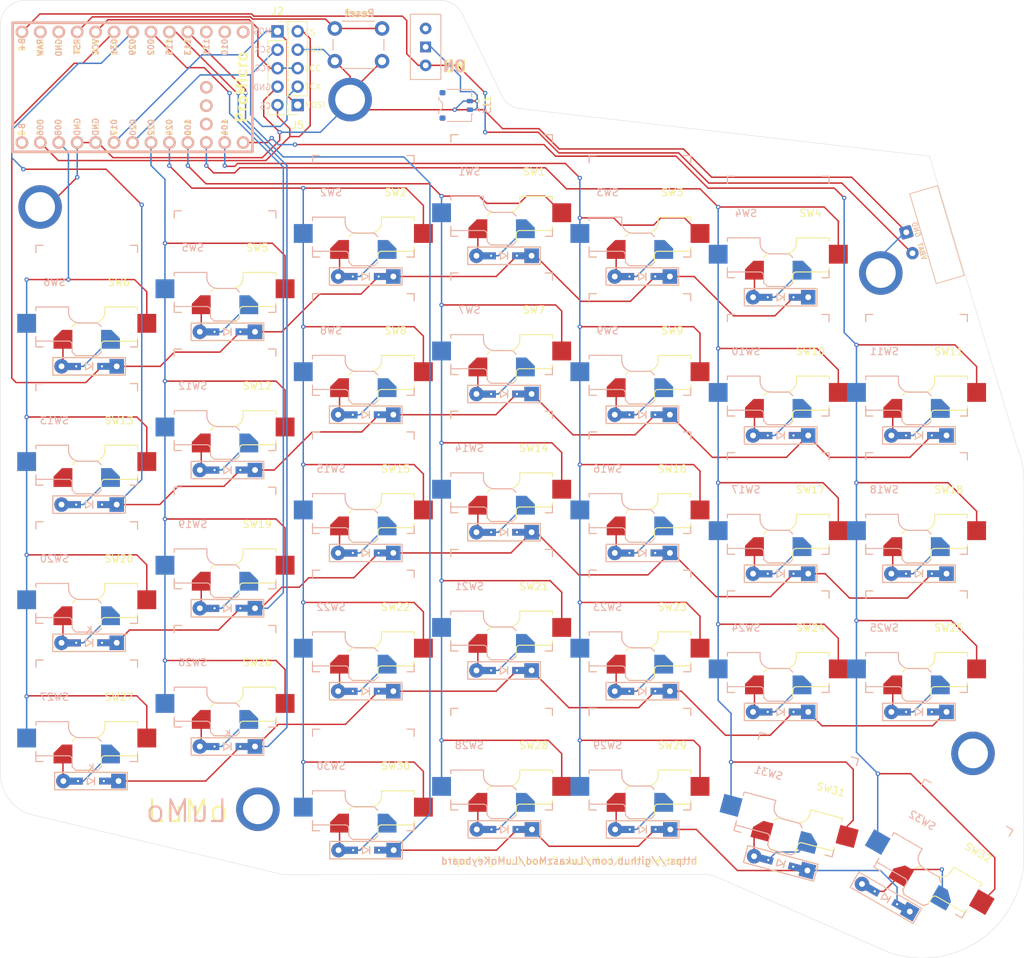
<source format=kicad_pcb>
(kicad_pcb (version 20241229) (generator "pcbnew") (generator_version "9.0")
  (layers (0 "F.Cu" signal) (2 "B.Cu" signal) (13 "F.Paste" user) (15 "B.Paste" user) (5 "F.SilkS" user "F.Silkscreen") (7 "B.SilkS" user "B.Silkscreen") (1 "F.Mask" user) (3 "B.Mask" user) (25 "Edge.Cuts" user))
  (net 0 "")
  (net 1 "Row1")
  (net 2 "Net-(D1-A)")
  (net 3 "Net-(D2-A)")
  (net 4 "Net-(D3-A)")
  (net 5 "Net-(D4-A)")
  (net 6 "Net-(D5-A)")
  (net 7 "Net-(D6-A)")
  (net 8 "Net-(D7-A)")
  (net 9 "Row2")
  (net 10 "Net-(D8-A)")
  (net 11 "Net-(D9-A)")
  (net 12 "Net-(D10-A)")
  (net 13 "Net-(D11-A)")
  (net 14 "Net-(D12-A)")
  (net 15 "Net-(D13-A)")
  (net 16 "Net-(D14-A)")
  (net 17 "Row3")
  (net 18 "Net-(D15-A)")
  (net 19 "Net-(D16-A)")
  (net 20 "Net-(D17-A)")
  (net 21 "Net-(D18-A)")
  (net 22 "Net-(D19-A)")
  (net 23 "Net-(D20-A)")
  (net 24 "Net-(D21-A)")
  (net 25 "Row4")
  (net 26 "Net-(D22-A)")
  (net 27 "Net-(D23-A)")
  (net 28 "Net-(D24-A)")
  (net 29 "Net-(D25-A)")
  (net 30 "Net-(D26-A)")
  (net 31 "Net-(D27-A)")
  (net 32 "Row5")
  (net 33 "Net-(D29-A)")
  (net 34 "Net-(D30-A)")
  (net 35 "GND")
  (net 36 "VBAT")
  (net 37 "SCK")
  (net 38 "VCC")
  (net 39 "MOSI")
  (net 40 "CS")
  (net 41 "Net-(D32-A)")
  (net 42 "Col1")
  (net 43 "Col2")
  (net 44 "Col3")
  (net 45 "Col4")
  (net 46 "Col5")
  (net 47 "Col6")
  (net 48 "Col7")
  (net 49 "RST")
  (net 53 "Net-(SWI1-A)")
  (net 55 "Net-(D31-A)")
  (net 56 "Net-(D28-A)")
  (net 60 "unconnected-(U1-B--Pad0)")
  (footprint "PCM_SL_Mechanical:MountingHole_3.2mm_Pad" (layer "F.Cu") (at 170 125.3)
    (property "Reference" "H3" (hide yes))
    (property "Value" "MountingHole_M3_3.2mm_Pad" (hide yes))
  )
  (footprint "Library:Kailh_socket_PG1350_reversible" (layer "F.Cu") (at 145.632898 130.986119 -15)
    (property "Reference" "SW31")
    (property "Value" "SW_Push" (hide yes))
  )
  (footprint "Library:Kailh_socket_PG1350_reversible" (layer "F.Cu") (at 143.17 52.7575)
    (property "Reference" "SW4")
    (property "Value" "SW_Push" (hide yes))
  )
  (footprint "Library:Kailh_socket_PG1350_reversible" (layer "F.Cu") (at 124.12 126.1)
    (property "Reference" "SW29")
    (property "Value" "SW_Push" (hide yes))
  )
  (footprint "Library:Kailh_socket_PG1350_reversible" (layer "F.Cu") (at 47.92 81.3325)
    (property "Reference" "SW13")
    (property "Value" "SW_Push" (hide yes))
  )
  (footprint "Library:Kailh_socket_PG1350_reversible" (layer "F.Cu") (at 162.22 109.9075)
    (property "Reference" "SW25")
    (property "Value" "SW_Push" (hide yes))
  )
  (footprint "Connector_PinSocket_2.54mm:PinSocket_1x05_P2.54mm_Vertical" (layer "F.Cu") (at 76.975 35.95 180)
    (property "Reference" "J5")
    (property "Value" "Display")
  )
  (footprint "Library:Kailh_socket_PG1350_reversible" (layer "F.Cu") (at 105.07 104.1925)
    (property "Reference" "SW21")
    (property "Value" "SW_Push" (hide yes))
  )
  (footprint "Library:Kailh_socket_PG1350_reversible" (layer "F.Cu") (at 66.97 114.67)
    (property "Reference" "SW26")
    (property "Value" "SW_Push" (hide yes))
  )
  (footprint "Library:Kailh_socket_PG1350_reversible" (layer "F.Cu") (at 105.07 126.1)
    (property "Reference" "SW28")
    (property "Value" "SW_Push" (hide yes))
  )
  (footprint "Library:Kailh_socket_PG1350_reversible" (layer "F.Cu") (at 86.02 128.9575)
    (property "Reference" "SW30")
    (property "Value" "SW_Push" (hide yes))
  )
  (footprint "Library:Kailh_socket_PG1350_reversible" (layer "F.Cu") (at 165.911551 138.414114 -30)
    (property "Reference" "SW32")
    (property "Value" "SW_Push" (hide yes))
  )
  (footprint "Library:Kailh_socket_PG1350_reversible" (layer "F.Cu") (at 124.12 88)
    (property "Reference" "SW16")
    (property "Value" "SW_Push" (hide yes))
  )
  (footprint "Library:Kailh_socket_PG1350_reversible" (layer "F.Cu") (at 105.07 85.1425)
    (property "Reference" "SW14")
    (property "Value" "SW_Push" (hide yes))
  )
  (footprint "Library:nice_nano" (layer "F.Cu") (at 55.5 33.5)
    (property "Reference" "U1" (hide yes))
    (property "Value" "ProMicro" (hide yes))
  )
  (footprint "Library:Kailh_socket_PG1350_reversible" (layer "F.Cu") (at 124.12 68.95)
    (property "Reference" "SW9")
    (property "Value" "SW_Push" (hide yes))
  )
  (footprint "Library:Kailh_socket_PG1350_reversible" (layer "F.Cu") (at 86.02 49.9)
    (property "Reference" "SW2")
    (property "Value" "SW_Push" (hide yes))
  )
  (footprint "PCM_SL_Mechanical:MountingHole_3.2mm_Pad" (layer "F.Cu") (at 84.2 35.2)
    (property "Reference" "H6" (hide yes))
    (property "Value" "MountingHole_M3_3.2mm_Pad" (hide yes))
  )
  (footprint "Library:Kailh_socket_PG1350_reversible" (layer "F.Cu") (at 66.97 95.62)
    (property "Reference" "SW19")
    (property "Value" "SW_Push" (hide yes))
  )
  (footprint "Library:Kailh_socket_PG1350_reversible" (layer "F.Cu") (at 47.92 100.3825)
    (property "Reference" "SW20")
    (property "Value" "SW_Push" (hide yes))
  )
  (footprint "Library:Kailh_socket_PG1350_reversible" (layer "F.Cu") (at 162.22 90.8575)
    (property "Reference" "SW18")
    (property "Value" "SW_Push" (hide yes))
  )
  (footprint "Library:Kailh_socket_PG1350_reversible" (layer "F.Cu") (at 143.17 90.8575)
    (property "Reference" "SW17")
    (property "Value" "SW_Push" (hide yes))
  )
  (footprint "Library:Kailh_socket_PG1350_reversible" (layer "F.Cu") (at 124.12 49.9)
    (property "Reference" "SW3")
    (property "Value" "SW_Push" (hide yes))
  )
  (footprint "Library:Magnetic connector" (layer "F.Cu") (at 164.113842 54.077965 -73.5)
    (property "Reference" "J4" (hide yes))
    (property "Value" "PINHD_1x2_Female")
  )
  (footprint "Library:Kailh_socket_PG1350_reversible" (layer "F.Cu") (at 47.92 62.2825)
    (property "Reference" "SW6")
    (property "Value" "SW_Push" (hide yes))
  )
  (footprint "PCM_SL_Mechanical:MountingHole_3.2mm_Pad" (layer "F.Cu") (at 41.5 50)
    (property "Reference" "H1" (hide yes))
    (property "Value" "MountingHole_M3_3.2mm_Pad" (hide yes))
  )
  (footprint "Library:Kailh_socket_PG1350_reversible" (layer "F.Cu") (at 86.02 68.95)
    (property "Reference" "SW8")
    (property "Value" "SW_Push" (hide yes))
  )
  (footprint "Library:Kailh_socket_PG1350_reversible" (layer "F.Cu") (at 162.22 71.8075)
    (property "Reference" "SW11")
    (property "Value" "SW_Push" (hide yes))
  )
  (footprint "Library:Kailh_socket_PG1350_reversible" (layer "F.Cu") (at 86.02 88)
    (property "Reference" "SW15")
    (property "Value" "SW_Push" (hide yes))
  )
  (footprint "Library:Kailh_socket_PG1350_reversible" (layer "F.Cu") (at 143.17 71.8075)
    (property "Reference" "SW10")
    (property "Value" "SW_Push" (hide yes))
  )
  (footprint "Library:Kailh_socket_PG1350_reversible" (layer "F.Cu") (at 66.97 76.57)
    (property "Reference" "SW12")
    (property "Value" "SW_Push" (hide yes))
  )
  (footprint "Library:Kailh_socket_PG1350_reversible" (layer "F.Cu") (at 66.97 57.52)
    (property "Reference" "SW5")
    (property "Value" "SW_Push" (hide yes))
  )
  (footprint "Connector_PinSocket_2.54mm:PinSocket_1x05_P2.54mm_Vertical" (layer "F.Cu") (at 74.2 25.8)
    (property "Reference" "J2")
    (property "Value" "Display")
  )
  (footprint "Library:Kailh_socket_PG1350_reversible" (layer "F.Cu") (at 105.07 66.0925)
    (property "Reference" "SW7")
    (property "Value" "SW_Push" (hide yes))
  )
  (footprint "Button_Switch_THT:SW_PUSH_6mm" (layer "F.Cu") (at 82.1 25.4)
    (property "Reference" "SW33" (hide yes))
    (property "Value" "Reset")
  )
  (footprint "Library:Kailh_socket_PG1350_reversible" (layer "F.Cu") (at 47.92 119.4325)
    (property "Reference" "SW27")
    (property "Value" "SW_Push" (hide yes))
  )
  (footprint "Library:Kailh_socket_PG1350_reversible" (layer "F.Cu") (at 86.02 107.05)
    (property "Reference" "SW22")
    (property "Value" "SW_Push" (hide yes))
  )
  (footprint "Library:Kailh_socket_PG1350_reversible" (layer "F.Cu") (at 124.12 107.05)
    (property "Reference" "SW23")
    (property "Value" "SW_Push" (hide yes))
  )
  (footprint "Library:SW_Slide-03_-WS-SLTV_87x4x6.4_P2.54mm" (layer "F.Cu") (at 94.6 27.94 90)
    (property "Reference" "SWI1" (hide yes))
    (property "Value" "SW_SPDT")
  )
  (footprint "Library:Kailh_socket_PG1350_reversible" (layer "F.Cu") (at 105.07 47.0425)
    (property "Reference" "SW1")
    (property "Value" "SW_Push" (hide yes))
  )
  (footprint "Connector_JST:JST_ACH_BM02B-ACHSS-GAN-ETF_1x02-1MP_P1.20mm_Vertical" (layer "F.Cu") (at 98.825 36 -90)
    (property "Reference" "J1")
    (property "Value" "JST_02")
  )
  (footprint "PCM_SL_Mechanical:MountingHole_3.2mm_Pad" (layer "F.Cu") (at 71.5 133)
    (property "Reference" "H4" (hide yes))
    (property "Value" "MountingHole_M3_3.2mm_Pad" (hide yes))
  )
  (footprint "PCM_SL_Mechanical:MountingHole_3.2mm_Pad" (layer "F.Cu") (at 157.3 59.1)
    (property "Reference" "H2" (hide yes))
    (property "Value" "MountingHole_M3_3.2mm_Pad" (hide yes))
  )
  (footprint "Library:Kailh_socket_PG1350_reversible" (layer "F.Cu") (at 143.17 109.9075)
    (property "Reference" "SW24")
    (property "Value" "SW_Push" (hide yes))
  )
  (footprint "Library:crkbd-diode" (layer "B.Cu") (at 67.3 105.3 180)
    (property "Reference" "D19" (hide yes))
    (property "Value" "1N4148" (hide yes))
  )
  (footprint "Library:crkbd-diode" (layer "B.Cu") (at 86.35 78.63 180)
    (property "Reference" "D8" (hide yes))
    (property "Value" "1N4148" (hide yes))
  )
  (footprint "Library:crkbd-diode" (layer "B.Cu") (at 86.35 97.68 180)
    (property "Reference" "D15" (hide yes))
    (property "Value" "1N4148" (hide yes))
  )
  (footprint "Library:crkbd-diode" (layer "B.Cu") (at 86.35 59.58 180)
    (property "Reference" "D2" (hide yes))
    (property "Value" "1N4148" (hide yes))
  )
  (footprint "Library:crkbd-diode" (layer "B.Cu") (at 143.5 119.5875 180)
    (property "Reference" "D24" (hide yes))
    (property "Value" "1N4148" (hide yes))
  )
  (footprint "Library:crkbd-diode" (layer "B.Cu") (at 124.45 78.63 180)
    (property "Reference" "D9" (hide yes))
    (property "Value" "1N4148" (hide yes))
  )
  (footprint "Library:crkbd-diode" (layer "B.Cu") (at 162.55 119.5875 180)
    (property "Reference" "D25" (hide yes))
    (property "Value" "1N4148" (hide yes))
  )
  (footprint "Library:crkbd-diode" (layer "B.Cu") (at 67.3 86.25 180)
    (property "Reference" "D12" (hide yes))
    (property "Value" "1N4148" (hide yes))
  )
  (footprint "Library:crkbd-diode" (layer "B.Cu") (at 162.55 100.5375 180)
    (property "Reference" "D18" (hide yes))
    (property "Value" "1N4148" (hide yes))
  )
  (footprint "Library:crkbd-diode" (layer "B.Cu") (at 48.5 129.1125 180)
    (property "Reference" "D27" (hide yes))
    (property "Value" "1N4148" (hide yes))
  )
  (footprint "Library:crkbd-diode" (layer "B.Cu") (at 143.5 62.4375 180)
    (property "Reference" "D4" (hide yes))
    (property "Value" "1N4148" (hide yes))
  )
  (footprint "Library:crkbd-diode" (layer "B.Cu") (at 48.25 110.0625 180)
    (property "Reference" "D20" (hide yes))
    (property "Value" "1N4148" (hide yes))
  )
  (footprint "Library:crkbd-diode" (layer "B.Cu") (at 105.4 113.8725 180)
    (property "Reference" "D21" (hide yes))
    (property "Value" "1N4148" (hide yes))
  )
  (footprint "Library:crkbd-diode" (layer "B.Cu") (at 143.5 81.4875 180)
    (property "Reference" "D10" (hide yes))
    (property "Value" "1N4148" (hide yes))
  )
  (footprint "Library:crkbd-diode" (layer "B.Cu") (at 67.3 67.2 180)
    (property "Reference" "D5" (hide yes))
    (property "Value" "1N4148" (hide yes))
  )
  (footprint "Library:crkbd-diode" (layer "B.Cu") (at 105.4 94.8225 180)
    (property "Reference" "D14" (hide yes))
    (property "Value" "1N4148" (hide yes))
  )
  (footprint "Library:crkbd-diode" (layer "B.Cu") (at 124.45 116.73 180)
    (property "Reference" "D23" (hide yes))
    (property "Value" "1N4148" (hide yes))
  )
  (footprint "Library:crkbd-diode" (layer "B.Cu") (at 86.35 116.73 180)
    (property "Reference" "D22" (hide yes))
    (property "Value" "1N4148" (hide yes))
  )
  (footprint "Library:crkbd-diode" (layer "B.Cu") (at 105.4 56.7225 180)
    (property "Reference" "D1" (hide yes))
    (property "Value" "1N4148" (hide yes))
  )
  (footprint "Library:crkbd-diode" (layer "B.Cu") (at 48.25 71.9625 180)
    (property "Reference" "D6" (hide yes))
    (property "Value" "1N4148" (hide yes))
  )
  (footprint "Library:crkbd-diode" (layer "B.Cu") (at 143.5 100.5375 180)
    (property "Reference" "D17" (hide yes))
    (property "Value" "1N4148" (hide yes))
  )
  (footprint "Library:crkbd-diode" (layer "B.Cu") (at 105.45 135.78 180)
    (property "Reference" "D28" (hide yes))
    (property "Value" "1N4148" (hide yes))
  )
  (footprint "Connector_JST:JST_ACH_BM02B-ACHSS-GAN-ETF_1x02-1MP_P1.20mm_Vertical" (layer "B.Cu") (at 98.825 36 90)
    (property "Reference" "J3")
    (property "Value" "JST_02")
  )
  (footprint "Library:crkbd-diode" (layer "B.Cu") (at 67.3 124.35 180)
    (property "Reference" "D26" (hide yes))
    (property "Value" "1N4148" (hide yes))
  )
  (footprint "Library:crkbd-diode" (layer "B.Cu") (at 162.55 81.4875 180)
    (property "Reference" "D11" (hide yes))
    (property "Value" "1N4148" (hide yes))
  )
  (footprint "Library:crkbd-diode" (layer "B.Cu") (at 158 145.2 150)
    (property "Reference" "D32" (hide yes))
    (property "Value" "1N4148" (hide yes))
  )
  (footprint "Library:crkbd-diode" (layer "B.Cu") (at 124.45 97.68 180)
    (property "Reference" "D16" (hide yes))
    (property "Value" "1N4148" (hide yes))
  )
  (footprint "Library:crkbd-diode" (layer "B.Cu") (at 124.5 135.78 180)
    (property "Reference" "D29" (hide yes))
    (property "Value" "1N4148" (hide yes))
  )
  (footprint "Library:crkbd-diode" (layer "B.Cu") (at 86.4 138.6375 180)
    (property "Reference" "D30" (hide yes))
    (property "Value" "1N4148" (hide yes))
  )
  (footprint "Library:crkbd-diode" (layer "B.Cu") (at 48.25 91.0125 180)
    (property "Reference" "D13" (hide yes))
    (property "Value" "1N4148" (hide yes))
  )
  (footprint "Library:crkbd-diode" (layer "B.Cu") (at 143.514518 140.459404 165)
    (property "Reference" "D31" (hide yes))
    (property "Value" "1N4148" (hide yes))
  )
  (footprint "Library:crkbd-diode" (layer "B.Cu") (at 105.4 75.7725 180)
    (property "Reference" "D7" (hide yes))
    (property "Value" "1N4148" (hide yes))
  )
  (footprint "Library:crkbd-diode" (layer "B.Cu") (at 124.45 59.58 180)
    (property "Reference" "D3" (hide yes))
    (property "Value" "1N4148" (hide yes))
  )
  (gr_arc (start 176.143433 83.316198) (mid 176.792492 85.363506) (end 177.011898 87.5) (stroke (width 0.05)) (layer "Edge.Cuts"))
  (gr_arc (start 75.165746 142.011018) (mid 75.005699 141.994453) (end 74.846442 141.971505) (stroke (width 0.05)) (layer "Edge.Cuts"))
  (gr_line (start 176.143433 83.316201) (end 164 43) (stroke (width 0.05)) (layer "Edge.Cuts"))
  (gr_arc (start 36 25) (mid 37.025126 22.525126) (end 39.5 21.5) (stroke (width 0.05)) (layer "Edge.Cuts"))
  (gr_line (start 164 43) (end 107.200002 36.4) (stroke (width 0.05)) (layer "Edge.Cuts"))
  (gr_arc (start 107.2 36.4) (mid 105.756145 35.553829) (end 104.863459 34.13826) (stroke (width 0.05)) (layer "Edge.Cuts"))
  (gr_line (start 134.598361 142.299291) (end 158.569992 152.790034) (stroke (width 0.05)) (layer "Edge.Cuts"))
  (gr_line (start 177 140) (end 177.011898 87.5) (stroke (width 0.05)) (layer "Edge.Cuts"))
  (gr_line (start 39.5 21.5) (end 96.599948 21.5) (stroke (width 0.05)) (layer "Edge.Cuts"))
  (gr_line (start 75.16575 142.011018) (end 133 141.968871) (stroke (width 0.05)) (layer "Edge.Cuts"))
  (gr_line (start 36 25) (end 36 128) (stroke (width 0.05)) (layer "Edge.Cuts"))
  (gr_line (start 74.846442 141.971508) (end 40.102635 133.6921) (stroke (width 0.05)) (layer "Edge.Cuts"))
  (gr_arc (start 177 140) (mid 170.987015 151.009022) (end 158.569989 152.790034) (stroke (width 0.05)) (layer "Edge.Cuts"))
  (gr_line (start 99.766724 23.621095) (end 104.863473 34.13826) (stroke (width 0.05)) (layer "Edge.Cuts"))
  (gr_arc (start 40.102633 133.6921) (mid 37.132547 131.508262) (end 36 128) (stroke (width 0.05)) (layer "Edge.Cuts"))
  (gr_arc (start 133 141.968871) (mid 133.816078 142.05234) (end 134.598361 142.299291) (stroke (width 0.05)) (layer "Edge.Cuts"))
  (gr_arc (start 96.6 21.5) (mid 98.49738 22.09176) (end 99.766724 23.621139) (stroke (width 0.05)) (layer "Edge.Cuts"))
  (gr_text "MOSI" (at 77.825 36.4 0) (layer "F.SilkS") (effects (font (size 0.8 0.8) (thickness 0.1) (bold yes)) (justify left bottom)))
  (gr_text "https://github.com/LukaszMod/LuMoKeyboard" (at 96.7 140.7 0) (layer "F.SilkS") (effects (font (size 1 1)) (justify left bottom)))
  (gr_text "VCC" (at 77.825 31.35 0) (layer "F.SilkS") (effects (font (size 0.8 0.8) (thickness 0.1) (bold yes)) (justify left bottom)))
  (gr_text "SCK" (at 77.825 33.875 0) (layer "F.SilkS") (effects (font (size 0.8 0.8) (thickness 0.1) (bold yes)) (justify left bottom)))
  (gr_text "LuMo" (at 56 135 0) (layer "F.SilkS") (effects (font (size 3 3) (thickness 0.3) (bold yes)) (justify left bottom)))
  (gr_text "CS" (at 77.825 26.4 0) (layer "F.SilkS") (effects (font (size 0.8 0.8) (thickness 0.1) (bold yes)) (justify left bottom)))
  (gr_text "GND" (at 77.825 28.825 0) (layer "F.SilkS") (effects (font (size 0.8 0.8) (thickness 0.1) (bold yes)) (justify left bottom)))
  (gr_text "ON" (at 96.9 31.5 0) (layer "F.SilkS") (effects (font (size 1.5 1.5) (thickness 0.3) (bold yes)) (justify left bottom)))
  (gr_text "SCK" (at 70.925 28.775 0) (layer "B.SilkS") (effects (font (size 0.8 0.8) (thickness 0.1) (bold yes)) (justify right bottom mirror)))
  (gr_text "GND" (at 70.8 33.975 0) (layer "B.SilkS") (effects (font (size 0.8 0.8) (thickness 0.1) (bold yes)) (justify right bottom mirror)))
  (gr_text "MOSI" (at 70.4 26.25 0) (layer "B.SilkS") (effects (font (size 0.8 0.8) (thickness 0.1) (bold yes)) (justify right bottom mirror)))
  (gr_text "https://github.com/LukaszMod/LuMoKeyboard" (at 132.1 140.7 0) (layer "B.SilkS") (effects (font (size 1 1)) (justify left bottom mirror)))
  (gr_text "VCC" (at 70.95 31.35 0) (layer "B.SilkS") (effects (font (size 0.8 0.8) (thickness 0.1) (bold yes)) (justify right bottom mirror)))
  (gr_text "Reset" (at 85.525 23.3 0) (layer "B.SilkS") (effects (font (size 1 1)) (justify mirror)))
  (gr_text "LuMo" (at 67.5 135 0) (layer "B.SilkS") (effects (font (size 3 3) (thickness 0.3) (bold yes)) (justify left bottom mirror)))
  (gr_text "CS" (at 71.675 36.525 0) (layer "B.SilkS") (effects (font (size 0.8 0.8) (thickness 0.1) (bold yes)) (justify right bottom mirror)))
  (gr_text "ON" (at 100.3 31.5 0) (layer "B.SilkS") (effects (font (size 1.5 1.5) (thickness 0.3) (bold yes)) (justify left bottom mirror)))
  (segment (start 104.3175 59.58) (end 107.175 56.7225) (width 0.2) (layer "F.Cu") (net 1))
  (segment (start 38.2 74.2) (end 47.7875 74.2) (width 0.2) (layer "F.Cu") (net 1))
  (segment (start 58.0375 71.9625) (end 60 70) (width 0.2) (layer "F.Cu") (net 1))
  (segment (start 46.2 30.2) (end 37.6 38.8) (width 0.2) (layer "F.Cu") (net 1))
  (segment (start 60 70) (end 66.275 70) (width 0.2) (layer "F.Cu") (net 1))
  (segment (start 90.15 59.58) (end 104.3175 59.58) (width 0.2) (layer "F.Cu") (net 1))
  (segment (start 122.805 63) (end 126.225 59.58) (width 0.2) (layer "F.Cu") (net 1))
  (segment (start 37.6 73.6) (end 38.2 74.2) (width 0.2) (layer "F.Cu") (net 1))
  (segment (start 109.2 56.7225) (end 109.7225 56.7225) (width 0.2) (layer "F.Cu") (net 1))
  (segment (start 74.8 67.2) (end 80 62) (width 0.2) (layer "F.Cu") (net 1))
  (segment (start 52.05 71.9625) (end 58.0375 71.9625) (width 0.2) (layer "F.Cu") (net 1))
  (segment (start 142.7125 65) (end 145.275 62.4375) (width 0.2) (layer "F.Cu") (net 1))
  (segment (start 116 63) (end 122.805 63) (width 0.2) (layer "F.Cu") (net 1))
  (segment (start 85.705 62) (end 88.125 59.58) (width 0.2) (layer "F.Cu") (net 1))
  (segment (start 47.7875 74.2) (end 50.025 71.9625) (width 0.2) (layer "F.Cu") (net 1))
  (segment (start 128.25 59.58) (end 131.58 59.58) (width 0.2) (layer "F.Cu") (net 1))
  (segment (start 131.58 59.58) (end 137 65) (width 0.2) (layer "F.Cu") (net 1))
  (segment (start 37.6 38.8) (end 37.6 73.6) (width 0.2) (layer "F.Cu") (net 1))
  (segment (start 80 62) (end 85.705 62) (width 0.2) (layer "F.Cu") (net 1))
  (segment (start 71.1 67.2) (end 74.8 67.2) (width 0.2) (layer "F.Cu") (net 1))
  (segment (start 109.7225 56.7225) (end 116 63) (width 0.2) (layer "F.Cu") (net 1))
  (segment (start 51.69 25.88) (end 47.37 30.2) (width 0.2) (layer "F.Cu") (net 1))
  (segment (start 137 65) (end 142.7125 65) (width 0.2) (layer "F.Cu") (net 1))
  (segment (start 47.37 30.2) (end 46.2 30.2) (width 0.2) (layer "F.Cu") (net 1))
  (segment (start 66.275 70) (end 69.075 67.2) (width 0.2) (layer "F.Cu") (net 1))
  (segment (start 101.795 56.5275) (end 101.6 56.7225) (width 0.2) (layer "F.Cu") (net 2))
  (segment (start 101.795 52.9925) (end 101.795 56.5275) (width 0.2) (layer "F.Cu") (net 2))
  (segment (start 104.615 56.7225) (end 103.625 56.7225) (width 0.2) (layer "B.Cu") (net 2))
  (segment (start 108.345 52.9925) (end 104.615 56.7225) (width 0.2) (layer "B.Cu") (net 2))
  (segment (start 82.745 55.85) (end 82.745 59.385) (width 0.2) (layer "F.Cu") (net 3))
  (segment (start 82.745 59.385) (end 82.55 59.58) (width 0.2) (layer "F.Cu") (net 3))
  (segment (start 89.295 55.85) (end 85.565 59.58) (width 0.2) (layer "B.Cu") (net 3))
  (segment (start 85.565 59.58) (end 84.575 59.58) (width 0.2) (layer "B.Cu") (net 3))
  (segment (start 120.845 55.85) (end 120.845 59.385) (width 0.2) (layer "F.Cu") (net 4))
  (segment (start 120.845 59.385) (end 120.65 59.58) (width 0.2) (layer "F.Cu") (net 4))
  (segment (start 127.395 55.85) (end 123.665 59.58) (width 0.2) (layer "B.Cu") (net 4))
  (segment (start 123.665 59.58) (end 122.675 59.58) (width 0.2) (layer "B.Cu") (net 4))
  (segment (start 139.895 62.2425) (end 139.7 62.4375) (width 0.2) (layer "F.Cu") (net 5))
  (segment (start 139.895 58.7075) (end 139.895 62.2425) (width 0.2) (layer "F.Cu") (net 5))
  (segment (start 142.715 62.4375) (end 141.725 62.4375) (width 0.2) (layer "B.Cu") (net 5))
  (segment (start 146.445 58.7075) (end 142.715 62.4375) (width 0.2) (layer "B.Cu") (net 5))
  (segment (start 63.695 67.005) (end 63.5 67.2) (width 0.2) (layer "F.Cu") (net 6))
  (segment (start 63.695 63.47) (end 63.695 67.005) (width 0.2) (layer "F.Cu") (net 6))
  (segment (start 66.515 67.2) (end 65.525 67.2) (width 0.2) (layer "B.Cu") (net 6))
  (segment (start 70.245 63.47) (end 66.515 67.2) (width 0.2) (layer "B.Cu") (net 6))
  (segment (start 44.645 71.7675) (end 44.45 71.9625) (width 0.2) (layer "F.Cu") (net 7))
  (segment (start 44.645 68.2325) (end 44.645 71.7675) (width 0.2) (layer "F.Cu") (net 7))
  (segment (start 51.195 68.2325) (end 47.465 71.9625) (width 0.2) (layer "B.Cu") (net 7))
  (segment (start 47.465 71.9625) (end 46.475 71.9625) (width 0.2) (layer "B.Cu") (net 7))
  (segment (start 101.795 72.0425) (end 101.795 75.5775) (width 0.2) (layer "F.Cu") (net 8))
  (segment (start 101.795 75.5775) (end 101.6 75.7725) (width 0.2) (layer "F.Cu") (net 8))
  (segment (start 108.345 72.0425) (end 104.615 75.7725) (width 0.2) (layer "B.Cu") (net 8))
  (segment (start 104.615 75.7725) (end 103.625 75.7725) (width 0.2) (layer "B.Cu") (net 8))
  (segment (start 79 81) (end 73.8 86.2) (width 0.2) (layer "F.Cu") (net 9))
  (segment (start 60.5 88.5) (end 58.05 90.95) (width 0.2) (layer "F.Cu") (net 9))
  (segment (start 90.15 78.63) (end 104.27 78.63) (width 0.2) (layer "F.Cu") (net 9))
  (segment (start 147.3 81.4875) (end 147.3 81.6) (width 0.2) (layer "F.Cu") (net 9))
  (segment (start 114.9 81.4) (end 123.455 81.4) (width 0.2) (layer "F.Cu") (net 9))
  (segment (start 66.825 88.5) (end 66.8 88.5) (width 0.2) (layer "F.Cu") (net 9))
  (segment (start 69.075 86.25) (end 66.825 88.5) (width 0.2) (layer "F.Cu") (net 9))
  (segment (start 104.27 78.63) (end 107.1275 75.7725) (width 0.2) (layer "F.Cu") (net 9))
  (segment (start 85.8 81) (end 79 81) (width 0.2) (layer "F.Cu") (net 9))
  (segment (start 52.05 91.0125) (end 57.9875 91.0125) (width 0.2) (layer "F.Cu") (net 9))
  (segment (start 88.125 78.675) (end 85.8 81) (width 0.2) (layer "F.Cu") (net 9))
  (segment (start 107.1275 75.7725) (end 107.175 75.7725) (width 0.2) (layer "F.Cu") (net 9))
  (segment (start 71.1 86.25) (end 73.75 86.25) (width 0.2) (layer "F.Cu") (net 9))
  (segment (start 144.2875 84.5) (end 147.3 81.4875) (width 0.2) (layer "F.Cu") (net 9))
  (segment (start 88.125 78.63) (end 88.125 78.675) (width 0.2) (layer "F.Cu") (net 9))
  (segment (start 66.8 88.5) (end 60.5 88.5) (width 0.2) (layer "F.Cu") (net 9))
  (segment (start 109.2725 75.7725) (end 114.9 81.4) (width 0.2) (layer "F.Cu") (net 9))
  (segment (start 150.2 84.5) (end 161.3125 84.5) (width 0.2) (layer "F.Cu") (net 9))
  (segment (start 50.6 44.8) (end 39.2 44.8) (width 0.2) (layer "F.Cu") (net 9))
  (segment (start 123.455 81.4) (end 126.225 78.63) (width 0.2) (layer "F.Cu") (net 9))
  (segment (start 128.25 78.63) (end 128.25 78.65) (width 0.2) (layer "F.Cu") (net 9))
  (segment (start 55.5 49.7) (end 50.6 44.8) (width 0.2) (layer "F.Cu") (net 9))
  (segment (start 128.25 78.65) (end 134.1 84.5) (width 0.2) (layer "F.Cu") (net 9))
  (segment (start 134.1 84.5) (end 144.2875 84.5) (width 0.2) (layer "F.Cu") (net 9))
  (segment (start 109.2 75.7725) (end 109.2725 75.7725) (width 0.2) (layer "F.Cu") (net 9))
  (segment (start 161.3125 84.5) (end 164.325 81.4875) (width 0.2) (layer "F.Cu") (net 9))
  (segment (start 147.3 81.6) (end 150.2 84.5) (width 0.2) (layer "F.Cu") (net 9))
  (via (at 55.5 49.7) (size 0.6) (drill 0.3) (layers "F.Cu" "B.Cu") (net 9))
  (via (at 39.2 44.8) (size 0.6) (drill 0.3) (layers "F.Cu" "B.Cu") (net 9))
  (segment (start 37.6 39.4) (end 46.8 30.2) (width 0.2) (layer "B.Cu") (net 9))
  (segment (start 37.6 43.2) (end 37.6 39.4) (width 0.2) (layer "B.Cu") (net 9))
  (segment (start 55.5 49.7) (end 55.5 87.5625) (width 0.2) (layer "B.Cu") (net 9))
  (segment (start 46.8 30.2) (end 49.91 30.2) (width 0.2) (layer "B.Cu") (net 9))
  (segment (start 55.5 87.5625) (end 52.05 91.0125) (width 0.2) (layer "B.Cu") (net 9))
  (segment (start 39.2 44.8) (end 37.6 43.2) (width 0.2) (layer "B.Cu") (net 9))
  (segment (start 49.91 30.2) (end 54.23 25.88) (width 0.2) (layer "B.Cu") (net 9))
  (segment (start 82.745 78.435) (end 82.55 78.63) (width 0.2) (layer "F.Cu") (net 10))
  (segment (start 82.745 74.9) (end 82.745 78.435) (width 0.2) (layer "F.Cu") (net 10))
  (segment (start 85.565 78.63) (end 84.575 78.63) (width 0.2) (layer "B.Cu") (net 10))
  (segment (start 89.295 74.9) (end 85.565 78.63) (width 0.2) (layer "B.Cu") (net 10))
  (segment (start 120.845 74.9) (end 120.845 78.435) (width 0.2) (layer "F.Cu") (net 11))
  (segment (start 120.845 78.435) (end 120.65 78.63) (width 0.2) (layer "F.Cu") (net 11))
  (segment (start 127.395 74.9) (end 123.665 78.63) (width 0.2) (layer "B.Cu") (net 11))
  (segment (start 123.665 78.63) (end 122.675 78.63) (width 0.2) (layer "B.Cu") (net 11))
  (segment (start 139.895 77.7575) (end 139.895 81.2925) (width 0.2) (layer "F.Cu") (net 12))
  (segment (start 139.895 81.2925) (end 139.7 81.4875) (width 0.2) (layer "F.Cu") (net 12))
  (segment (start 142.715 81.4875) (end 141.725 81.4875) (width 0.2) (layer "B.Cu") (net 12))
  (segment (start 146.445 77.7575) (end 142.715 81.4875) (width 0.2) (layer "B.Cu") (net 12))
  (segment (start 158.945 77.7575) (end 158.945 81.2925) (width 0.2) (layer "F.Cu") (net 13))
  (segment (start 158.945 81.2925) (end 158.75 81.4875) (width 0.2) (layer "F.Cu") (net 13))
  (segment (start 165.495 77.7575) (end 161.765 81.4875) (width 0.2) (layer "B.Cu") (net 13))
  (segment (start 161.765 81.4875) (end 160.775 81.4875) (width 0.2) (layer "B.Cu") (net 13))
  (segment (start 63.695 86.055) (end 63.5 86.25) (width 0.2) (layer "F.Cu") (net 14))
  (segment (start 63.695 82.52) (end 63.695 86.055) (width 0.2) (layer "F.Cu") (net 14))
  (segment (start 66.515 86.25) (end 65.525 86.25) (width 0.2) (layer "B.Cu") (net 14))
  (segment (start 70.245 82.52) (end 66.515 86.25) (width 0.2) (layer "B.Cu") (net 14))
  (segment (start 47.465 91.0125) (end 46.475 91.0125) (width 0.2) (layer "B.Cu") (net 15))
  (segment (start 51.195 87.2825) (end 47.465 91.0125) (width 0.2) (layer "B.Cu") (net 15))
  (segment (start 101.795 91.0925) (end 101.795 94.6275) (width 0.2) (layer "F.Cu") (net 16))
  (segment (start 101.795 94.6275) (end 101.6 94.8225) (width 0.2) (layer "F.Cu") (net 16))
  (segment (start 108.345 91.0925) (end 104.615 94.8225) (width 0.2) (layer "B.Cu") (net 16))
  (segment (start 104.615 94.8225) (end 103.625 94.8225) (width 0.2) (layer "B.Cu") (net 16))
  (segment (start 74.8 102.4) (end 77.2 102.4) (width 0.2) (layer "F.Cu") (net 17))
  (segment (start 128.58 97.68) (end 134.6 103.7) (width 0.2) (layer "F.Cu") (net 17))
  (segment (start 109.8225 94.8225) (end 115.7 100.7) (width 0.2) (layer "F.Cu") (net 17))
  (segment (start 153 103.9) (end 160.9625 103.9) (width 0.2) (layer "F.Cu") (net 17))
  (segment (start 78.5 101.1) (end 84.705 101.1) (width 0.2) (layer "F.Cu") (net 17))
  (segment (start 90.15 97.68) (end 106.3425 97.68) (width 0.2) (layer "F.Cu") (net 17))
  (segment (start 134.6 103.7) (end 142.1125 103.7) (width 0.2) (layer "F.Cu") (net 17))
  (segment (start 128.25 97.68) (end 128.58 97.68) (width 0.2) (layer "F.Cu") (net 17))
  (segment (start 147.3 100.5375) (end 149.6375 100.5375) (width 0.2) (layer "F.Cu") (net 17))
  (segment (start 77.2 102.4) (end 78.5 101.1) (width 0.2) (layer "F.Cu") (net 17))
  (segment (start 71.1 105.3) (end 71.9 105.3) (width 0.2) (layer "F.Cu") (net 17))
  (segment (start 71.9 105.3) (end 74.8 102.4) (width 0.2) (layer "F.Cu") (net 17))
  (segment (start 84.705 101.1) (end 88.125 97.68) (width 0.2) (layer "F.Cu") (net 17))
  (segment (start 149.6375 100.5375) (end 153 103.9) (width 0.2) (layer "F.Cu") (net 17))
  (segment (start 66.075 108.3) (end 69.075 105.3) (width 0.2) (layer "F.Cu") (net 17))
  (segment (start 106.3425 97.68) (end 109.2 94.8225) (width 0.2) (layer "F.Cu") (net 17))
  (segment (start 160.9625 103.9) (end 164.325 100.5375) (width 0.2) (layer "F.Cu") (net 17))
  (segment (start 109.2 94.8225) (end 109.8225 94.8225) (width 0.2) (layer "F.Cu") (net 17))
  (segment (start 142.1125 103.7) (end 145.275 100.5375) (width 0.2) (layer "F.Cu") (net 17))
  (segment (start 64.1 30.8) (end 67.6 34.3) (width 0.2) (layer "F.Cu") (net 17))
  (segment (start 125.23 100.7) (end 128.25 97.68) (width 0.2) (layer "F.Cu") (net 17))
  (segment (start 56.77 25.88) (end 61.69 30.8) (width 0.2) (layer "F.Cu") (net 17))
  (segment (start 53.8125 108.3) (end 66.075 108.3) (width 0.2) (layer "F.Cu") (net 17))
  (segment (start 52.05 110.0625) (end 53.8125 108.3) (width 0.2) (layer "F.Cu") (net 17))
  (segment (start 115.7 100.7) (end 125.23 100.7) (width 0.2) (layer "F.Cu") (net 17))
  (segment (start 61.69 30.8) (end 64.1 30.8) (width 0.2) (layer "F.Cu") (net 17))
  (via (at 67.6 34.3) (size 0.6) (drill 0.3) (layers "F.Cu" "B.Cu") (net 17))
  (segment (start 72.87 105.3) (end 75 103.17) (width 0.2) (layer "B.Cu") (net 17))
  (segment (start 75 103.17) (end 75 44.5) (width 0.2) (layer "B.Cu") (net 17))
  (segment (start 71.1 105.3) (end 72.87 105.3) (width 0.2) (layer "B.Cu") (net 17))
  (segment (start 67.6 37.1) (end 67.6 34.3) (width 0.2) (layer "B.Cu") (net 17))
  (segment (start 75 44.5) (end 67.6 37.1) (width 0.2) (layer "B.Cu") (net 17))
  (segment (start 82.745 97.485) (end 82.55 97.68) (width 0.2) (layer "F.Cu") (net 18))
  (segment (start 82.745 93.95) (end 82.745 97.485) (width 0.2) (layer "F.Cu") (net 18))
  (segment (start 85.565 97.68) (end 84.575 97.68) (width 0.2) (layer "B.Cu") (net 18))
  (segment (start 89.295 93.95) (end 85.565 97.68) (width 0.2) (layer "B.Cu") (net 18))
  (segment (start 120.845 97.485) (end 120.65 97.68) (width 0.2) (layer "F.Cu") (net 19))
  (segment (start 120.845 93.95) (end 120.845 97.485) (width 0.2) (layer "F.Cu") (net 19))
  (segment (start 123.665 97.68) (end 122.675 97.68) (width 0.2) (layer "B.Cu") (net 19))
  (segment (start 127.395 93.95) (end 123.665 97.68) (width 0.2) (layer "B.Cu") (net 19))
  (segment (start 139.895 96.8075) (end 139.895 100.3425) (width 0.2) (layer "F.Cu") (net 20))
  (segment (start 139.895 100.3425) (end 139.7 100.5375) (width 0.2) (layer "F.Cu") (net 20))
  (segment (start 142.715 100.5375) (end 141.725 100.5375) (width 0.2) (layer "B.Cu") (net 20))
  (segment (start 146.445 96.8075) (end 142.715 100.5375) (width 0.2) (layer "B.Cu") (net 20))
  (segment (start 158.945 100.3425) (end 158.75 100.5375) (width 0.2) (layer "F.Cu") (net 21))
  (segment (start 158.945 96.8075) (end 158.945 100.3425) (width 0.2) (layer "F.Cu") (net 21))
  (segment (start 161.765 100.5375) (end 160.775 100.5375) (width 0.2) (layer "B.Cu") (net 21))
  (segment (start 165.495 96.8075) (end 161.765 100.5375) (width 0.2) (layer "B.Cu") (net 21))
  (segment (start 63.695 105.105) (end 63.5 105.3) (width 0.2) (layer "F.Cu") (net 22))
  (segment (start 63.695 101.57) (end 63.695 105.105) (width 0.2) (layer "F.Cu") (net 22))
  (segment (start 66.515 105.3) (end 65.525 105.3) (width 0.2) (layer "B.Cu") (net 22))
  (segment (start 70.245 101.57) (end 66.515 105.3) (width 0.2) (layer "B.Cu") (net 22))
  (segment (start 44.645 106.3325) (end 44.645 109.8675) (width 0.2) (layer "F.Cu") (net 23))
  (segment (start 44.645 109.8675) (end 44.45 110.0625) (width 0.2) (layer "F.Cu") (net 23))
  (segment (start 47.465 110.0625) (end 46.475 110.0625) (width 0.2) (layer "B.Cu") (net 23))
  (segment (start 51.195 106.3325) (end 47.465 110.0625) (width 0.2) (layer "B.Cu") (net 23))
  (segment (start 101.795 113.6775) (end 101.6 113.8725) (width 0.2) (layer "F.Cu") (net 24))
  (segment (start 101.795 110.1425) (end 101.795 113.6775) (width 0.2) (layer "F.Cu") (net 24))
  (segment (start 104.615 113.8725) (end 103.625 113.8725) (width 0.2) (layer "B.Cu") (net 24))
  (segment (start 108.345 110.1425) (end 104.615 113.8725) (width 0.2) (layer "B.Cu") (net 24))
  (segment (start 74.3 121.3) (end 83.555 121.3) (width 0.2) (layer "F.Cu") (net 25))
  (segment (start 149.2 121.5) (end 164.4375 121.5) (width 0.2) (layer "F.Cu") (net 25))
  (segment (start 104.3175 116.73) (end 107.175 113.8725) (width 0.2) (layer "F.Cu") (net 25))
  (segment (start 123.955 119) (end 126.225 116.73) (width 0.2) (layer "F.Cu") (net 25))
  (segment (start 68.615514 34.314814) (end 68.8 34.314814) (width 0.2) (layer "F.Cu") (net 25))
  (segment (start 83.555 121.3) (end 88.125 116.73) (width 0.2) (layer "F.Cu") (net 25))
  (segment (start 147.3 119.6) (end 149.2 121.5) (width 0.2) (layer "F.Cu") (net 25))
  (segment (start 145.275 119.5875) (end 142.0625 122.8) (width 0.2) (layer "F.Cu") (net 25))
  (segment (start 52.3 129.1125) (end 64.3125 129.1125) (width 0.2) (layer "F.Cu") (net 25))
  (segment (start 147.3 119.5875) (end 147.3 119.6) (width 0.2) (layer "F.Cu") (net 25))
  (segment (start 114.3275 119) (end 123.955 119) (width 0.2) (layer "F.Cu") (net 25))
  (segment (start 142.0625 122.8) (end 135.9 122.8) (width 0.2) (layer "F.Cu") (net 25))
  (segment (start 164.4375 121.5) (end 166.35 119.5875) (width 0.2) (layer "F.Cu") (net 25))
  (segment (start 59.31 25.88) (end 60.1807 25.88) (width 0.2) (layer "F.Cu") (net 25))
  (segment (start 64.3125 129.1125) (end 69.075 124.35) (width 0.2) (layer "F.Cu") (net 25))
  (segment (start 109.2 113.8725) (end 114.3275 119) (width 0.2) (layer "F.Cu") (net 25))
  (segment (start 71.25 124.35) (end 74.3 121.3) (width 0.2) (layer "F.Cu") (net 25))
  (segment (start 71.1 124.35) (end 71.25 124.35) (width 0.2) (layer "F.Cu") (net 25))
  (segment (start 129.83 116.73) (end 128.25 116.73) (width 0.2) (layer "F.Cu") (net 25))
  (segment (start 90.15 116.73) (end 104.3175 116.73) (width 0.2) (layer "F.Cu") (net 25))
  (segment (start 60.1807 25.88) (end 68.615514 34.314814) (width 0.2) (layer "F.Cu") (net 25))
  (segment (start 135.9 122.8) (end 129.83 116.73) (width 0.2) (layer "F.Cu") (net 25))
  (via (at 68.8 34.314814) (size 0.6) (drill 0.3) (layers "F.Cu" "B.Cu") (net 25))
  (segment (start 71.1 124.35) (end 72.87 124.35) (width 0.2) (layer "B.Cu") (net 25))
  (segment (start 75.5 44.3) (end 68.8 37.6) (width 0.2) (layer "B.Cu") (net 25))
  (segment (start 68.8 37.6) (end 68.8 34.314814) (width 0.2) (layer "B.Cu") (net 25))
  (segment (start 72.87 124.35) (end 75.5 121.72) (width 0.2) (layer "B.Cu") (net 25))
  (segment (start 75.5 121.72) (end 75.5 44.3) (width 0.2) (layer "B.Cu") (net 25))
  (segment (start 82.745 116.535) (end 82.55 116.73) (width 0.2) (layer "F.Cu") (net 26))
  (segment (start 82.745 113) (end 82.745 116.535) (width 0.2) (layer "F.Cu") (net 26))
  (segment (start 85.565 116.73) (end 84.575 116.73) (width 0.2) (layer "B.Cu") (net 26))
  (segment (start 89.295 113) (end 85.565 116.73) (width 0.2) (layer "B.Cu") (net 26))
  (segment (start 120.845 116.535) (end 120.65 116.73) (width 0.2) (layer "F.Cu") (net 27))
  (segment (start 120.845 113) (end 120.845 116.535) (width 0.2) (layer "F.Cu") (net 27))
  (segment (start 127.395 113) (end 123.665 116.73) (width 0.2) (layer "B.Cu") (net 27))
  (segment (start 123.665 116.73) (end 122.675 116.73) (width 0.2) (layer "B.Cu") (net 27))
  (segment (start 139.895 115.8575) (end 139.895 119.3925) (width 0.2) (layer "F.Cu") (net 28))
  (segment (start 139.895 119.3925) (end 139.7 119.5875) (width 0.2) (layer "F.Cu") (net 28))
  (segment (start 142.715 119.5875) (end 141.725 119.5875) (width 0.2) (layer "B.Cu") (net 28))
  (segment (start 146.445 115.8575) (end 142.715 119.5875) (width 0.2) (layer "B.Cu") (net 28))
  (segment (start 158.945 119.3925) (end 158.75 119.5875) (width 0.2) (layer "F.Cu") (net 29))
  (segment (start 158.945 115.8575) (end 158.945 119.3925) (width 0.2) (layer "F.Cu") (net 29))
  (segment (start 161.765 119.5875) (end 160.775 119.5875) (width 0.2) (layer "B.Cu") (net 29))
  (segment (start 165.495 115.8575) (end 161.765 119.5875) (width 0.2) (layer "B.Cu") (net 29))
  (segment (start 63.695 120.62) (end 63.695 124.155) (width 0.2) (layer "F.Cu") (net 30))
  (segment (start 63.695 124.155) (end 63.5 124.35) (width 0.2) (layer "F.Cu") (net 30))
  (segment (start 66.515 124.35) (end 65.525 124.35) (width 0.2) (layer "B.Cu") (net 30))
  (segment (start 70.245 120.62) (end 66.515 124.35) (width 0.2) (layer "B.Cu") (net 30))
  (segment (start 44.645 129.0575) (end 44.7 129.1125) (width 0.2) (layer "F.Cu") (net 31))
  (segment (start 44.645 125.3825) (end 44.645 129.0575) (width 0.2) (layer "F.Cu") (net 31))
  (segment (start 47.465 129.1125) (end 46.725 129.1125) (width 0.2) (layer "B.Cu") (net 31))
  (segment (start 51.195 125.3825) (end 47.465 129.1125) (width 0.2) (layer "B.Cu") (net 31))
  (segment (start 109.25 135.78) (end 109.28 135.78) (width 0.2) (layer "F.Cu") (net 32))
  (segment (start 137.542916 141.442916) (end 147.185036 141.442916) (width 0.2) (layer "F.Cu") (net 32))
  (segment (start 126.275 135.78) (end 126.22 135.78) (width 0.2) (layer "F.Cu") (net 32))
  (segment (start 131.88 135.78) (end 137.542916 141.442916) (width 0.2) (layer "F.Cu") (net 32))
  (segment (start 90.2 138.6375) (end 104.3675 138.6375) (width 0.2) (layer "F.Cu") (net 32))
  (segment (start 128.3 135.78) (end 131.88 135.78) (width 0.2) (layer "F.Cu") (net 32))
  (segment (start 111.6 138.1) (end 123.9 138.1) (width 0.2) (layer "F.Cu") (net 32))
  (segment (start 109.28 135.78) (end 111.6 138.1) (width 0.2) (layer "F.Cu") (net 32))
  (segment (start 69.8 33.83) (end 61.85 25.88) (width 0.2) (layer "F.Cu") (net 32))
  (segment (start 69.8 34.3) (end 69.8 33.83) (width 0.2) (layer "F.Cu") (net 32))
  (segment (start 104.3675 138.6375) (end 107.225 135.78) (width 0.2) (layer "F.Cu") (net 32))
  (segment (start 126.22 135.78) (end 123.9 138.1) (width 0.2) (layer "F.Cu") (net 32))
  (via (at 69.8 34.3) (size 0.6) (drill 0.3) (layers "F.Cu" "B.Cu") (net 32))
  (segment (start 90.2 138.6375) (end 95.194 133.6435) (width 0.2) (layer "B.Cu") (net 32))
  (segment (start 75 43.1) (end 69.8 37.9) (width 0.2) (layer "B.Cu") (net 32))
  (segment (start 69.8 37.9) (end 69.8 34.3) (width 0.2) (layer "B.Cu") (net 32))
  (segment (start 159.537195 143.737195) (end 159.537195 146.0875) (width 0.2) (layer "B.Cu") (net 32))
  (segment (start 95.194 133.6435) (end 95.194 46.694) (width 0.2) (layer "B.Cu") (net 32))
  (segment (start 157.242916 141.442916) (end 159.537195 143.737195) (width 0.2) (layer "B.Cu") (net 32))
  (segment (start 95.194 46.694) (end 91.6 43.1) (width 0.2) (layer "B.Cu") (net 32))
  (segment (start 147.185036 141.442916) (end 157.242916 141.442916) (width 0.2) (layer "B.Cu") (net 32))
  (segment (start 91.6 43.1) (end 75 43.1) (width 0.2) (layer "B.Cu") (net 32))
  (segment (start 120.845 132.05) (end 120.845 135.635) (width 0.2) (layer "F.Cu") (net 33))
  (segment (start 120.845 135.635) (end 120.7 135.78) (width 0.2) (layer "F.Cu") (net 33))
  (segment (start 123.665 135.78) (end 122.725 135.78) (width 0.2) (layer "B.Cu") (net 33))
  (segment (start 127.395 132.05) (end 123.665 135.78) (width 0.2) (layer "B.Cu") (net 33))
  (segment (start 82.745 134.9075) (end 82.745 138.4925) (width 0.2) (layer "F.Cu") (net 34))
  (segment (start 82.745 138.4925) (end 82.6 138.6375) (width 0.2) (layer "F.Cu") (net 34))
  (segment (start 89.295 134.9075) (end 85.565 138.6375) (width 0.2) (layer "B.Cu") (net 34))
  (segment (start 85.565 138.6375) (end 84.625 138.6375) (width 0.2) (layer "B.Cu") (net 34))
  (segment (start 88.6 29.9) (end 84.2 34.3) (width 0.2) (layer "F.Cu") (net 35))
  (segment (start 46.6 45.9) (end 46.61 45.9) (width 0.2) (layer "F.Cu") (net 35))
  (segment (start 100.7 36.6) (end 98.6 36.6) (width 0.2) (layer "F.Cu") (net 35))
  (segment (start 113 42) (end 130.1 42) (width 0.2) (layer "F.Cu") (net 35))
  (segment (start 51.54 43.2) (end 72.1 43.2) (width 0.2) (layer "F.Cu") (net 35))
  (segment (start 134 45.9) (end 153.287059 45.9) (width 0.2) (layer "F.Cu") (net 35))
  (segment (start 110.2 39.2) (end 113 42) (width 0.2) (layer "F.Cu") (net 35))
  (segment (start 74.5 40.8) (end 74.5 39.7) (width 0.2) (layer "F.Cu") (net 35))
  (segment (start 130.1 42) (end 134 45.9) (width 0.2) (layer "F.Cu") (net 35))
  (segment (start 84.2 32) (end 84.2 35.2) (width 0.2) (layer "F.Cu") (net 35))
  (segment (start 72.3 35.32) (end 72.3 37.5) (width 0.2) (layer "F.Cu") (net 35))
  (segment (start 72.1 43.2) (end 74.5 40.8) (width 0.2) (layer "F.Cu") (net 35))
  (segment (start 153.287059 45.9) (end 160.782958 53.395899) (width 0.2) (layer "F.Cu") (net 35))
  (segment (start 41.5 50) (end 42.5 50) (width 0.2) (layer "F.Cu") (net 35))
  (segment (start 42.5 50) (end 46.6 45.9) (width 0.2) (layer "F.Cu") (net 35))
  (segment (start 105.2 39.2) (end 110.2 39.2) (width 0.2) (layer "F.Cu") (net 35))
  (segment (start 102.6 36.6) (end 105.2 39.2) (width 0.2) (layer "F.Cu") (net 35))
  (segment (start 49.58 41.24) (end 51.54 43.2) (width 0.2) (layer "F.Cu") (net 35))
  (segment (start 74.2 33.42) (end 72.3 35.32) (width 0.2) (layer "F.Cu") (net 35))
  (segment (start 100.7 36.6) (end 102.6 36.6) (width 0.2) (layer "F.Cu") (net 35))
  (segment (start 83.4 36.6) (end 98.6 36.6) (width 0.2) (layer "F.Cu") (net 35))
  (segment (start 72.3 37.5) (end 74.5 39.7) (width 0.2) (layer "F.Cu") (net 35))
  (segment (start 46.61 41.12) (end 49.15 41.12) (width 0.2) (layer "F.Cu") (net 35))
  (segment (start 82.1 29.9) (end 84.2 32) (width 0.2) (layer "F.Cu") (net 35))
  (via (at 46.61 45.9) (size 0.6) (drill 0.3) (layers "F.Cu" "B.Cu") (net 35))
  (via (at 74.5 39.7) (size 0.6) (drill 0.3) (layers "F.Cu" "B.Cu") (net 35))
  (via (at 98.6 36.6) (size 0.6) (drill 0.3) (layers "F.Cu" "B.Cu") (net 35))
  (segment (start 82.1 29.9) (end 80.5 28.3) (width 0.2) (layer "B.Cu") (net 35))
  (segment (start 77.005 28.3) (end 79.9 28.3) (width 0.2) (layer "B.Cu") (net 35))
  (segment (start 76.975 28.33) (end 77.005 28.3) (width 0.2) (layer "B.Cu") (net 35))
  (segment (start 99.8 35.4) (end 100.7 35.4) (width 0.2) (layer "B.Cu") (net 35))
  (segment (start 156.5 57.6) (end 160.704102 53.395898) (width 0.2) (layer "B.Cu") (net 35))
  (segment (start 46.61 45.9) (end 46.61 41.12) (width 0.2) (layer "B.Cu") (net 35))
  (segment (start 83.4 36.4) (end 80.1 39.7) (width 0.2) (layer "B.Cu") (net 35))
  (segment (start 160.704102 53.395898) (end 160.782958 53.395898) (width 0.2) (layer "B.Cu") (net 35))
  (segment (start 98.6 36.6) (end 99.8 35.4) (width 0.2) (layer "B.Cu") (net 35))
  (segment (start 80.5 28.3) (end 79.9 28.3) (width 0.2) (layer "B.Cu") (net 35))
  (segment (start 80.1 39.7) (end 74.5 39.7) (width 0.2) (layer "B.Cu") (net 35))
  (segment (start 92 24.3) (end 91.4 23.7) (width 0.2) (layer "F.Cu") (net 36))
  (segment (start 94.6 30.48) (end 98.98 30.48) (width 0.2) (layer "F.Cu") (net 36))
  (segment (start 151.927684 46.7) (end 133.6 46.7) (width 0.2) (layer "F.Cu") (net 36))
  (segment (start 133.6 46.7) (end 129.45 42.55) (width 0.2) (layer "F.Cu") (net 36))
  (segment (start 70.931372 23.7) (end 91.4 23.7) (width 0.2) (layer "F.Cu") (net 36))
  (segment (start 41.47 23.4) (end 70.631372 23.4) (width 0.2) (layer "F.Cu") (net 36))
  (segment (start 129.45 42.55) (end 112.95 42.55) (width 0.2) (layer "F.Cu") (net 36))
  (segment (start 92 28.9) (end 92 24.3) (width 0.2) (layer "F.Cu") (net 36))
  (segment (start 38.99 25.88) (end 41.47 23.4) (width 0.2) (layer "F.Cu") (net 36))
  (segment (start 93.58 30.48) (end 92 28.9) (width 0.2) (layer "F.Cu") (net 36))
  (segment (start 112.95 42.55) (end 110.1 39.7) (width 0.2) (layer "F.Cu") (net 36))
  (segment (start 110.1 39.7) (end 102.8 39.7) (width 0.2) (layer "F.Cu") (net 36))
  (segment (start 98.98 30.48) (end 102.8 34.3) (width 0.2) (layer "F.Cu") (net 36))
  (segment (start 94.6 30.48) (end 93.58 30.48) (width 0.2) (layer "F.Cu") (net 36))
  (segment (start 70.631372 23.4) (end 70.931372 23.7) (width 0.2) (layer "F.Cu") (net 36))
  (segment (start 161.691807 56.464123) (end 151.927684 46.7) (width 0.2) (layer "F.Cu") (net 36))
  (via (at 102.8 39.7) (size 0.6) (drill 0.3) (layers "F.Cu" "B.Cu") (net 36))
  (via (at 102.8 34.3) (size 0.6) (drill 0.3) (layers "F.Cu" "B.Cu") (net 36))
  (segment (start 102.8 34.3) (end 102.8 39.7) (width 0.2) (layer "B.Cu") (net 36))
  (segment (start 70.5 36.8) (end 70.500707 36.800707) (width 0.2) (layer "B.Cu") (net 37))
  (segment (start 70.501 31.801) (end 70.5 31.8) (width 0.2) (layer "B.Cu") (net 37))
  (segment (start 73.96 28.34) (end 74.2 28.34) (width 0.2) (layer "B.Cu") (net 37))
  (segment (start 70.501 36.800414) (end 70.501 31.801) (width 0.2) (layer "B.Cu") (net 37))
  (segment (start 72.1 38.9) (end 70.5 37.3) (width 0.2) (layer "B.Cu") (net 37))
  (segment (start 70.500707 36.800707) (end 70.501 36.800414) (width 0.2) (layer "B.Cu") (net 37))
  (segment (start 75.5 34.885) (end 75.5 38) (width 0.2) (layer "B.Cu") (net 37))
  (segment (start 63.55 31.8) (end 70.5 31.8) (width 0.2) (layer "B.Cu") (net 37))
  (segment (start 74.6 38.9) (end 72.1 38.9) (width 0.2) (layer "B.Cu") (net 37))
  (segment (start 70.5 37.3) (end 70.5 36.8) (width 0.2) (layer "B.Cu") (net 37))
  (segment (start 75.5 38) (end 74.6 38.9) (width 0.2) (layer "B.Cu") (net 37))
  (segment (start 54.23 41.12) (end 63.55 31.8) (width 0.2) (layer "B.Cu") (net 37))
  (segment (start 76.975 33.41) (end 75.5 34.885) (width 0.2) (layer "B.Cu") (net 37))
  (segment (start 70.5 31.8) (end 73.96 28.34) (width 0.2) (layer "B.Cu") (net 37))
  (segment (start 50.83 24.2) (end 49.15 25.88) (width 0.2) (layer "F.Cu") (net 38))
  (segment (start 73.18 30.88) (end 71.5 29.2) (width 0.2) (layer "F.Cu") (net 38))
  (segment (start 74.2 30.88) (end 73.18 30.88) (width 0.2) (layer "F.Cu") (net 38))
  (segment (start 71.5 29.2) (end 71.5 25.4) (width 0.2) (layer "F.Cu") (net 38))
  (segment (start 71.5 25.4) (end 70.3 24.2) (width 0.2) (layer "F.Cu") (net 38))
  (segment (start 70.3 24.2) (end 50.83 24.2) (width 0.2) (layer "F.Cu") (net 38))
  (segment (start 74.21 30.87) (end 76.975 30.87) (width 0.2) (layer "B.Cu") (net 38))
  (segment (start 73.96 30.88) (end 74.2 30.88) (width 0.2) (layer "B.Cu") (net 38))
  (segment (start 74.2 30.88) (end 74.21 30.87) (width 0.2) (layer "B.Cu") (net 38))
  (segment (start 76.85 35.95) (end 76.975 35.95) (width 0.2) (layer "F.Cu") (net 39))
  (segment (start 74.2 25.8) (end 75.5 27.1) (width 0.2) (layer "F.Cu") (net 39))
  (segment (start 75.5 34.6) (end 76.85 35.95) (width 0.2) (layer "F.Cu") (net 39))
  (segment (start 75.5 27.1) (end 75.5 34.6) (width 0.2) (layer "F.Cu") (net 39))
  (segment (start 63.777158 29.032842) (end 69.367158 29.032842) (width 0.2) (layer "B.Cu") (net 39))
  (segment (start 69.367158 29.032842) (end 72.6 25.8) (width 0.2) (layer "B.Cu") (net 39))
  (segment (start 51.69 41.12) (end 63.777158 29.032842) (width 0.2) (layer "B.Cu") (net 39))
  (segment (start 72.6 25.8) (end 74.2 25.8) (width 0.2) (layer "B.Cu") (net 39))
  (segment (start 78.7 38.8) (end 78.7 26.8) (width 0.2) (layer "F.Cu") (net 40))
  (segment (start 44.01 43.6) (end 41.53 41.12) (width 0.2) (layer "F.Cu") (net 40))
  (segment (start 75.9 40.3) (end 77.2 40.3) (width 0.2) (layer "F.Cu") (net 40))
  (segment (start 77.2 40.3) (end 78.7 38.8) (width 0.2) (layer "F.Cu") (net 40))
  (segment (start 77.69 25.79) (end 77.475 25.79) (width 0.2) (layer "F.Cu") (net 40))
  (segment (start 72.6 43.6) (end 44.01 43.6) (width 0.2) (layer "F.Cu") (net 40))
  (segment (start 74.2 37.52) (end 75.9 39.22) (width 0.2) (layer "F.Cu") (net 40))
  (segment (start 78.7 26.8) (end 77.69 25.79) (width 0.2) (layer "F.Cu") (net 40))
  (segment (start 75.9 39.22) (end 75.9 40.3) (width 0.2) (layer "F.Cu") (net 40))
  (segment (start 75.9 40.3) (end 72.6 43.6) (width 0.2) (layer "F.Cu") (net 40))
  (segment (start 74.2 35.96) (end 74.2 37.52) (width 0.2) (layer "F.Cu") (net 40))
  (segment (start 160.729783 141.3) (end 165.7 141.3) (width 0.2) (layer "F.Cu") (net 41))
  (segment (start 160.100318 141.929465) (end 160.729783 141.3) (width 0.2) (layer "F.Cu") (net 41))
  (segment (start 157.717283 144.3125) (end 156.462805 144.3125) (width 0.2) (layer "F.Cu") (net 41))
  (segment (start 160.100318 141.929465) (end 157.717283 144.3125) (width 0.2) (layer "F.Cu") (net 41))
  (via (at 165.7 141.3) (size 0.6) (drill 0.3) (layers "F.Cu" "B.Cu") (net 41))
  (segment (start 164.977249 146) (end 165.772784 145.204465) (width 0.2) (layer "B.Cu") (net 41))
  (segment (start 165.772784 141.372784) (end 165.772784 145.204465) (width 0.2) (layer "B.Cu") (net 41))
  (segment (start 165.7 141.3) (end 165.772784 141.372784) (width 0.2) (layer "B.Cu") (net 41))
  (segment (start 113.375 103.125) (end 113.345 103.155) (width 0.2) (layer "F.Cu") (net 42))
  (segment (start 95.095 46.8) (end 64.35 46.8) (width 0.2) (layer "F.Cu") (net 42))
  (segment (start 96.795 63.5) (end 112.5 63.5) (width 0.2) (layer "F.Cu") (net 42))
  (segment (start 112.5 63.5) (end 113.345 64.345) (width 0.2) (layer "F.Cu") (net 42))
  (segment (start 113.345 83.845) (end 113.345 88.8925) (width 0.2) (layer "F.Cu") (net 42))
  (segment (start 111.0525 48.5) (end 113.345 50.7925) (width 0.2) (layer "F.Cu") (net 42))
  (segment (start 107.5 49.5) (end 108.5 48.5) (width 0.2) (layer "F.Cu") (net 42))
  (segment (start 108.5 48.5) (end 111.0525 48.5) (width 0.2) (layer "F.Cu") (net 42))
  (segment (start 102 48.5) (end 103 49.5) (width 0.2) (layer "F.Cu") (net 42))
  (segment (start 96.795 101.5) (end 111.75 101.5) (width 0.2) (layer "F.Cu") (net 42))
  (segment (start 111.5 123.5) (end 113.345 125.345) (width 0.2) (layer "F.Cu") (net 42))
  (segment (start 96.795 48.5) (end 102 48.5) (width 0.2) (layer "F.Cu") (net 42))
  (segment (start 64.35 46.8) (end 61.85 44.3) (width 0.2) (layer "F.Cu") (net 42))
  (segment (start 96.795 123.5) (end 111.5 123.5) (width 0.2) (layer "F.Cu") (net 42))
  (segment (start 113.345 125.345) (end 113.345 129.85) (width 0.2) (layer "F.Cu") (net 42))
  (segment (start 103 49.5) (end 107.5 49.5) (width 0.2) (layer "F.Cu") (net 42))
  (segment (start 111.75 101.5) (end 113.375 103.125) (width 0.2) (layer "F.Cu") (net 42))
  (segment (start 112 82.5) (end 113.345 83.845) (width 0.2) (layer "F.Cu") (net 42))
  (segment (start 96.795 82.5) (end 112 82.5) (width 0.2) (layer "F.Cu") (net 42))
  (segment (start 113.345 103.155) (end 113.345 107.9425) (width 0.2) (layer "F.Cu") (net 42))
  (segment (start 113.345 64.345) (end 113.345 69.8425) (width 0.2) (layer "F.Cu") (net 42))
  (segment (start 96.795 48.5) (end 95.095 46.8) (width 0.2) (layer "F.Cu") (net 42))
  (via (at 96.795 101.5) (size 0.6) (drill 0.3) (layers "F.Cu" "B.Cu") (net 42))
  (via (at 61.85 44.3) (size 0.6) (drill 0.3) (layers "F.Cu" "B.Cu") (net 42))
  (via (at 96.795 123.5) (size 0.6) (drill 0.3) (layers "F.Cu" "B.Cu") (net 42))
  (via (at 96.795 82.5) (size 0.6) (drill 0.3) (layers "F.Cu" "B.Cu") (net 42))
  (via (at 96.795 63.5) (size 0.6) (drill 0.3) (layers "F.Cu" "B.Cu") (net 42))
  (via (at 96.795 48.5) (size 0.6) (drill 0.3) (layers "F.Cu" "B.Cu") (net 42))
  (segment (start 96.795 50.7925) (end 96.795 63.5) (width 0.2) (layer "B.Cu") (net 42))
  (segment (start 96.795 48.5) (end 96.795 50.7925) (width 0.2) (layer "B.Cu") (net 42))
  (segment (start 61.85 41.12) (end 61.85 44.3) (width 0.2) (layer "B.Cu") (net 42))
  (segment (start 96.795 123.5) (end 96.795 129.85) (width 0.2) (layer "B.Cu") (net 42))
  (segment (start 96.795 101.5) (end 96.795 123.5) (width 0.2) (layer "B.Cu") (net 42))
  (segment (start 96.795 63.5) (end 96.795 82.5) (width 0.2) (layer "B.Cu") (net 42))
  (segment (start 96.795 82.5) (end 96.795 101.5) (width 0.2) (layer "B.Cu") (net 42))
  (segment (start 94.295 105.795) (end 94.295 110.8) (width 0.2) (layer "F.Cu") (net 43))
  (segment (start 77.745 104.5) (end 93 104.5) (width 0.2) (layer "F.Cu") (net 43))
  (segment (start 94.295 49.795) (end 91.9 47.4) (width 0.2) (layer "F.Cu") (net 43))
  (segment (start 77.745 66.5) (end 93 66.5) (width 0.2) (layer "F.Cu") (net 43))
  (segment (start 93 126.5) (end 94.295 127.795) (width 0.2) (layer "F.Cu") (net 43))
  (segment (start 94.295 67.795) (end 94.295 72.7) (width 0.2) (layer "F.Cu") (net 43))
  (segment (start 62.4 47.4) (end 59.3 44.3) (width 0.2) (layer "F.Cu") (net 43))
  (segment (start 77.745 47.4) (end 62.4 47.4) (width 0.2) (layer "F.Cu") (net 43))
  (segment (start 94.295 127.795) (end 94.295 132.7075) (width 0.2) (layer "F.Cu") (net 43))
  (segment (start 94.295 53.65) (end 94.295 49.795) (width 0.2) (layer "F.Cu") (net 43))
  (segment (start 77.745 126.5) (end 93 126.5) (width 0.2) (layer "F.Cu") (net 43))
  (segment (start 93 104.5) (end 94.295 105.795) (width 0.2) (layer "F.Cu") (net 43))
  (segment (start 93 66.5) (end 94.295 67.795) (width 0.2) (layer "F.Cu") (net 43))
  (segment (start 94.295 86.795) (end 94.295 91.75) (width 0.2) (layer "F.Cu") (net 43))
  (segment (start 93 85.5) (end 94.295 86.795) (width 0.2) (layer "F.Cu") (net 43))
  (segment (start 77.745 85.5) (end 93 85.5) (width 0.2) (layer "F.Cu") (net 43))
  (segment (start 91.9 47.4) (end 77.745 47.4) (width 0.2) (layer "F.Cu") (net 43))
  (via (at 77.745 104.5) (size 0.6) (drill 0.3) (layers "F.Cu" "B.Cu") (net 43))
  (via (at 77.745 126.5) (size 0.6) (drill 0.3) (layers "F.Cu" "B.Cu") (net 43))
  (via (at 77.745 66.5) (size 0.6) (drill 0.3) (layers "F.Cu" "B.Cu") (net 43))
  (via (at 77.745 47.4) (size 0.6) (drill 0.3) (layers "F.Cu" "B.Cu") (net 43))
  (via (at 77.745 85.5) (size 0.6) (drill 0.3) (layers "F.Cu" "B.Cu") (net 43))
  (via (at 59.3 44.3) (size 0.6) (drill 0.3) (layers "F.Cu" "B.Cu") (net 43))
  (segment (start 77.745 53.65) (end 77.745 66.5) (width 0.2) (layer "B.Cu") (net 43))
  (segment (start 59.31 41.12) (end 59.31 44.29) (width 0.2) (layer "B.Cu") (net 43))
  (segment (start 59.31 44.29) (end 59.3 44.3) (width 0.2) (layer "B.Cu") (net 43))
  (segment (start 77.745 66.5) (end 77.745 85.5) (width 0.2) (layer "B.Cu") (net 43))
  (segment (start 77.745 85.5) (end 77.745 104.5) (width 0.2) (layer "B.Cu") (net 43))
  (segment (start 77.745 53.65) (end 77.745 47.4) (width 0.2) (layer "B.Cu") (net 43))
  (segment (start 77.745 126.5) (end 77.745 132.7075) (width 0.2) (layer "B.Cu") (net 43))
  (segment (start 77.745 104.5) (end 77.745 126.5) (width 0.2) (layer "B.Cu") (net 43))
  (segment (start 131.5 66.5) (end 132.395 67.395) (width 0.2) (layer "F.Cu") (net 44))
  (segment (start 127 51.5) (end 126 52.5) (width 0.2) (layer "F.Cu") (net 44))
  (segment (start 115.845 66.5) (end 131.5 66.5) (width 0.2) (layer "F.Cu") (net 44))
  (segment (start 115.845 104.5) (end 130.5 104.5) (width 0.2) (layer "F.Cu") (net 44))
  (segment (start 132.395 106.395) (end 132.395 110.8) (width 0.2) (layer "F.Cu") (net 44))
  (segment (start 115.845 85.5) (end 131.5 85.5) (width 0.2) (layer "F.Cu") (net 44))
  (segment (start 132.395 86.395) (end 132.395 91.75) (width 0.2) (layer "F.Cu") (net 44))
  (segment (start 68.7 44) (end 68.3 44.4) (width 0.2) (layer "F.Cu") (net 44))
  (segment (start 115.845 46) (end 113.845 44) (width 0.2) (layer "F.Cu") (net 44))
  (segment (start 126 52.5) (end 121.5 52.5) (width 0.2) (layer "F.Cu") (net 44))
  (segment (start 120.5 51.5) (end 116 51.5) (width 0.2) (layer "F.Cu") (net 44))
  (segment (start 115.845 123.5) (end 131.5 123.5) (width 0.2) (layer "F.Cu") (net 44))
  (segment (start 130.245 51.5) (end 127 51.5) (width 0.2) (layer "F.Cu") (net 44))
  (segment (start 67.03 44.4) (end 66.93 44.3) (width 0.2) (layer "F.Cu") (net 44))
  (segment (start 132.395 67.395) (end 132.395 72.7) (width 0.2) (layer "F.Cu") (net 44))
  (segment (start 131.5 123.5) (end 132.395 124.395) (width 0.2) (layer "F.Cu") (net 44))
  (segment (start 130.5 104.5) (end 132.395 106.395) (width 0.2) (layer "F.Cu") (net 44))
  (segment (start 113.845 44) (end 68.7 44) (width 0.2) (layer "F.Cu") (net 44))
  (segment (start 68.3 44.4) (end 67.03 44.4) (width 0.2) (layer "F.Cu") (net 44))
  (segment (start 121.5 52.5) (end 120.5 51.5) (width 0.2) (layer "F.Cu") (net 44))
  (segment (start 131.5 85.5) (end 132.395 86.395) (width 0.2) (layer "F.Cu") (net 44))
  (segment (start 132.395 124.395) (end 132.395 129.85) (width 0.2) (layer "F.Cu") (net 44))
  (segment (start 132.395 53.65) (end 130.245 51.5) (width 0.2) (layer "F.Cu") (net 44))
  (via (at 115.845 66.5) (size 0.6) (drill 0.3) (layers "F.Cu" "B.Cu") (net 44))
  (via (at 115.845 123.5) (size 0.6) (drill 0.3) (layers "F.Cu" "B.Cu") (net 44))
  (via (at 115.845 85.5) (size 0.6) (drill 0.3) (layers "F.Cu" "B.Cu") (net 44))
  (via (at 115.845 51.5) (size 0.6) (drill 0.3) (layers "F.Cu" "B.Cu") (net 44))
  (via (at 115.845 104.5) (size 0.6) (drill 0.3) (layers "F.Cu" "B.Cu") (net 44))
  (via (at 66.93 44.3) (size 0.6) (drill 0.3) (layers "F.Cu" "B.Cu") (net 44))
  (via (at 115.845 46) (size 0.6) (drill 0.3) (layers "F.Cu" "B.Cu") (net 44))
  (segment (start 66.93 41.12) (end 66.93 44.3) (width 0.2) (layer "B.Cu") (net 44))
  (segment (start 115.845 46) (end 115.845 51.5) (width 0.2) (layer "B.Cu") (net 44))
  (segment (start 115.845 85.5) (end 115.845 104.5) (width 0.2) (layer "B.Cu") (net 44))
  (segment (start 115.845 104.5) (end 115.845 123.5) (width 0.2) (layer "B.Cu") (net 44))
  (segment (start 115.845 53.65) (end 115.845 66.5) (width 0.2) (layer "B.Cu") (net 44))
  (segment (start 115.845 53.65) (end 115.845 51.5) (width 0.2) (layer "B.Cu") (net 44))
  (segment (start 115.845 66.5) (end 115.845 85.5) (width 0.2) (layer "B.Cu") (net 44))
  (segment (start 115.845 123.5) (end 115.845 129.85) (width 0.2) (layer "B.Cu") (net 44))
  (segment (start 69 44.6) (end 68.3 45.3) (width 0.2) (layer "F.Cu") (net 45))
  (segment (start 111.1 44.6) (end 69 44.6) (width 0.2) (layer "F.Cu") (net 45))
  (segment (start 134.895 50) (end 132.395 47.5) (width 0.2) (layer "F.Cu") (net 45))
  (segment (start 136.66929 126.5) (end 152.5 126.5) (width 0.2) (layer "F.Cu") (net 45))
  (segment (start 151.5 52) (end 151.445 52.055) (width 0.2) (layer "F.Cu") (net 45))
  (segment (start 132.395 47.5) (end 114 47.5) (width 0.2) (layer "F.Cu") (net 45))
  (segment (start 68.3 45.3) (end 65.39 45.3) (width 0.2) (layer "F.Cu") (net 45))
  (segment (start 151.445 52.055) (end 151.445 56.5075) (width 0.2) (layer "F.Cu") (net 45))
  (segment (start 152.5 126.5) (end 153.5 127.5) (width 0.2) (layer "F.Cu") (net 45))
  (segment (start 151.445 72.445) (end 151.445 75.5575) (width 0.2) (layer "F.Cu") (net 45))
  (segment (start 153.5 127.5) (end 153.5 134.5) (width 0.2) (layer "F.Cu") (net 45))
  (segment (start 134.895 107.5) (end 149.5 107.5) (width 0.2) (layer "F.Cu") (net 45))
  (segment (start 134.895 69.5) (end 148.5 69.5) (width 0.2) (layer "F.Cu") (net 45))
  (segment (start 153.5 134.5) (end 152.655363 135.344637) (width 0.2) (layer "F.Cu") (net 45))
  (segment (start 151.445 109.445) (end 151.445 113.6575) (width 0.2) (layer "F.Cu") (net 45))
  (segment (start 149.3375 88) (end 151.445 90.1075) (width 0.2) (layer "F.Cu") (net 45))
  (segment (start 151.445 90.1075) (end 151.445 94.6075) (width 0.2) (layer "F.Cu") (net 45))
  (segment (start 152.655363 135.344637) (end 152.655363 136.750068) (width 0.2) (layer "F.Cu") (net 45))
  (segment (start 114 47.5) (end 111.1 44.6) (width 0.2) (layer "F.Cu") (net 45))
  (segment (start 65.39 45.3) (end 64.39 44.3) (width 0.2) (layer "F.Cu") (net 45))
  (segment (start 148.5 69.5) (end 151.445 72.445) (width 0.2) (layer "F.Cu") (net 45))
  (segment (start 134.895 50) (end 149.5 50) (width 0.2) (layer "F.Cu") (net 45))
  (segment (start 149.5 107.5) (end 151.445 109.445) (width 0.2) (layer "F.Cu") (net 45))
  (segment (start 149.5 50) (end 151.5 52) (width 0.2) (layer "F.Cu") (net 45))
  (segment (start 134.895 88) (end 149.3375 88) (width 0.2) (layer "F.Cu") (net 45))
  (via (at 134.895 107.5) (size 0.6) (drill 0.3) (layers "F.Cu" "B.Cu") (net 45))
  (via (at 64.39 44.3) (size 0.6) (drill 0.3) (layers "F.Cu" "B.Cu") (net 45))
  (via (at 134.895 50) (size 0.6) (drill 0.3) (layers "F.Cu" "B.Cu") (net 45))
  (via (at 134.895 88) (size 0.6) (drill 0.3) (layers "F.Cu" "B.Cu") (net 45))
  (via (at 134.895 69.5) (size 0.6) (drill 0.3) (layers "F.Cu" "B.Cu") (net 45))
  (via (at 136.66929 126.5) (size 0.6) (drill 0.3) (layers "F.Cu" "B.Cu") (net 45))
  (segment (start 136.66929 126.5) (end 136.66929 132.466613) (width 0.2) (layer "B.Cu") (net 45))
  (segment (start 136.66929 119.79179) (end 136.66929 126.5) (width 0.2) (layer "B.Cu") (net 45))
  (segment (start 134.895 69.5) (end 134.895 88) (width 0.2) (layer "B.Cu") (net 45))
  (segment (start 134.895 88) (end 134.895 107.5) (width 0.2) (layer "B.Cu") (net 45))
  (segment (start 134.895 56.5075) (end 134.895 50) (width 0.2) (layer "B.Cu") (net 45))
  (segment (start 64.39 41.12) (end 64.39 44.3) (width 0.2) (layer "B.Cu") (net 45))
  (segment (start 134.895 118.0175) (end 136.66929 119.79179) (width 0.2) (layer "B.Cu") (net 45))
  (segment (start 134.895 113.6575) (end 134.895 118.0175) (width 0.2) (layer "B.Cu") (net 45))
  (segment (start 134.895 56.5075) (end 134.895 69.5) (width 0.2) (layer "B.Cu") (net 45))
  (segment (start 134.895 107.5) (end 134.895 113.6575) (width 0.2) (layer "B.Cu") (net 45))
  (segment (start 173 139.677094) (end 161.422906 128.1) (width 0.2) (layer "F.Cu") (net 46))
  (segment (start 171.202911 145.799209) (end 173 144.00212) (width 0.2) (layer "F.Cu") (net 46))
  (segment (start 170.495 110.495) (end 170.495 113.6575) (width 0.2) (layer "F.Cu") (net 46))
  (segment (start 170.495 91.932757) (end 170.495 94.6075) (width 0.2) (layer "F.Cu") (net 46))
  (segment (start 166.562243 88) (end 170.495 91.932757) (width 0.2) (layer "F.Cu") (net 46))
  (segment (start 167 107) (end 170.495 110.495) (width 0.2) (layer "F.Cu") (net 46))
  (segment (start 173 144.00212) (end 173 139.677094) (width 0.2) (layer "F.Cu") (net 46))
  (segment (start 133.5 47.4) (end 129.1 43) (width 0.2) (layer "F.Cu") (net 46))
  (segment (start 73.4 40.5) (end 72.78 41.12) (width 0.2) (layer "F.Cu") (net 46))
  (segment (start 170.495 71.995) (end 170.495 75.5575) (width 0.2) (layer "F.Cu") (net 46))
  (segment (start 153.945 107) (end 167 107) (width 0.2) (layer "F.Cu") (net 46))
  (segment (start 167.5 69) (end 170.495 71.995) (width 0.2) (layer "F.Cu") (net 46))
  (segment (start 161.422906 128.1) (end 156.9 128.1) (width 0.2) (layer "F.Cu") (net 46))
  (segment (start 72.78 41.12) (end 69.47 41.12) (width 0.2) (layer "F.Cu") (net 46))
  (segment (start 153.945 88) (end 166.562243 88) (width 0.2) (layer "F.Cu") (net 46))
  (segment (start 150.9 47.4) (end 133.5 47.4) (width 0.2) (layer "F.Cu") (net 46))
  (segment (start 129.1 43) (end 112.5 43) (width 0.2) (layer "F.Cu") (net 46))
  (segment (start 153.945 69) (end 167.5 69) (width 0.2) (layer "F.Cu") (net 46))
  (segment (start 112.5 43) (end 110.9 41.4) (width 0.2) (layer "F.Cu") (net 46))
  (segment (start 110.9 41.4) (end 76.6 41.4) (width 0.2) (layer "F.Cu") (net 46))
  (segment (start 152.25 48.75) (end 150.9 47.4) (width 0.2) (layer "F.Cu") (net 46))
  (via (at 73.4 40.5) (size 0.6) (drill 0.3) (layers "F.Cu" "B.Cu") (net 46))
  (via (at 76.6 41.4) (size 0.6) (drill 0.3) (layers "F.Cu" "B.Cu") (net 46))
  (via (at 153.945 88) (size 0.6) (drill 0.3) (layers "F.Cu" "B.Cu") (net 46))
  (via (at 153.945 69) (size 0.6) (drill 0.3) (layers "F.Cu" "B.Cu") (net 46))
  (via (at 156.9 128.1) (size 0.6) (drill 0.3) (layers "F.Cu" "B.Cu") (net 46))
  (via (at 152.25 48.75) (size 0.6) (drill 0.3) (layers "F.Cu" "B.Cu") (net 46))
  (via (at 153.945 107) (size 0.6) (drill 0.3) (layers "F.Cu" "B.Cu") (net 46))
  (segment (start 153.945 75.5575) (end 153.945 69) (width 0.2) (layer "B.Cu") (net 46))
  (segment (start 153.945 75.5575) (end 153.945 88) (width 0.2) (layer "B.Cu") (net 46))
  (segment (start 153.945 69) (end 152.25 67.305) (width 0.2) (layer "B.Cu") (net 46))
  (segment (start 153.945 113.6575) (end 153.945 125.145) (width 0.2) (layer "B.Cu") (net 46))
  (segment (start 153.945 88) (end 153.945 107) (width 0.2) (layer "B.Cu") (net 46))
  (segment (start 152.25 67.305) (end 152.25 48.75) (width 0.2) (layer "B.Cu") (net 46))
  (segment (start 156.870191 137.524209) (end 156.870191 128.129809) (width 0.2) (layer "B.Cu") (net 46))
  (segment (start 76.6 41.4) (end 74.3 41.4) (width 0.2) (layer "B.Cu") (net 46))
  (segment (start 153.945 107) (end 153.945 113.6575) (width 0.2) (layer "B.Cu") (net 46))
  (segment (start 153.945 125.145) (end 156.9 128.1) (width 0.2) (layer "B.Cu") (net 46))
  (segment (start 74.3 41.4) (end 73.4 40.5) (width 0.2) (layer "B.Cu") (net 46))
  (segment (start 156.870191 128.129809) (end 156.9 128.1) (width 0.2) (layer "B.Cu") (net 46))
  (segment (start 75.245 113.745) (end 75.245 118.42) (width 0.2) (layer "F.Cu") (net 47))
  (segment (start 75.245 75.245) (end 75.245 80.32) (width 0.2) (layer "F.Cu") (net 47))
  (segment (start 74 93) (end 75.245 94.245) (width 0.2) (layer "F.Cu") (net 47))
  (segment (start 75.245 56.745) (end 73.5 55) (width 0.2) (layer "F.Cu") (net 47))
  (segment (start 58.695 93) (end 74 93) (width 0.2) (layer "F.Cu") (net 47))
  (segment (start 74 112.5) (end 75.245 113.745) (width 0.2) (layer "F.Cu") (net 47))
  (segment (start 58.695 74) (end 74 74) (width 0.2) (layer "F.Cu") (net 47))
  (segment (start 58.695 112.5) (end 74 112.5) (width 0.2) (layer "F.Cu") (net 47))
  (segment (start 75.245 94.245) (end 75.245 99.37) (width 0.2) (layer "F.Cu") (net 47))
  (segment (start 73.5 55) (end 58.7 55) (width 0.2) (layer "F.Cu") (net 47))
  (segment (start 75.245 61.27) (end 75.245 56.745) (width 0.2) (layer "F.Cu") (net 47))
  (segment (start 74 74) (end 75.245 75.245) (width 0.2) (layer "F.Cu") (net 47))
  (via (at 58.695 112.5) (size 0.6) (drill 0.3) (layers "F.Cu" "B.Cu") (net 47))
  (via (at 58.695 74) (size 0.6) (drill 0.3) (layers "F.Cu" "B.Cu") (net 47))
  (via (at 58.7 55) (size 0.6) (drill 0.3) (layers "F.Cu" "B.Cu") (net 47))
  (via (at 58.695 93) (size 0.6) (drill 0.3) (layers "F.Cu" "B.Cu") (net 47))
  (segment (start 58.695 61.27) (end 58.695 74) (width 0.2) (layer "B.Cu") (net 47))
  (segment (start 58.7 46.2) (end 58.7 55) (width 0.2) (layer "B.Cu") (net 47))
  (segment (start 56.77 41.12) (end 56.77 44.27) (width 0.2) (layer "B.Cu") (net 47))
  (segment (start 58.695 74) (end 58.695 80.32) (width 0.2) (layer "B.Cu") (net 47))
  (segment (start 56.77 44.27) (end 58.7 46.2) (width 0.2) (layer "B.Cu") (net 47))
  (segment (start 58.695 55.005) (end 58.7 55) (width 0.2) (layer "B.Cu") (net 47))
  (segment (start 58.695 80.32) (end 58.695 93) (width 0.2) (layer "B.Cu") (net 47))
  (segment (start 58.695 93) (end 58.695 112.5) (width 0.2) (layer "B.Cu") (net 47))
  (segment (start 58.695 112.5) (end 58.695 118.42) (width 0.2) (layer "B.Cu") (net 47))
  (segment (start 58.695 61.27) (end 58.695 55.005) (width 0.2) (layer "B.Cu") (net 47))
  (segment (start 54.82 117.367) (end 39.7205 117.367) (width 0.2) (layer "F.Cu") (net 48))
  (segment (start 39.7205 117.367) (end 39.645 117.4425) (width 0.2) (layer "F.Cu") (net 48))
  (segment (start 56.195 118.742) (end 54.82 117.367) (width 0.2) (layer "F.Cu") (net 48))
  (segment (start 54.82 97.9425) (end 56.195 99.3175) (width 0.2) (layer "F.Cu") (net 48))
  (segment (start 45.4 60) (end 39.645 60) (width 0.2) (layer "F.Cu") (net 48))
  (segment (start 56.195 80.3175) (end 56.195 85.0825) (width 0.2) (layer "F.Cu") (net 48))
  (segment (start 56.195 123.1825) (end 56.195 118.742) (width 0.2) (layer "F.Cu") (net 48))
  (segment (start 39.645 78.9425) (end 54.82 78.9425) (width 0.2) (layer "F.Cu") (net 48))
  (segment (start 56.195 99.3175) (end 56.195 104.1325) (width 0.2) (layer "F.Cu") (net 48))
  (segment (start 39.645 97.9425) (end 54.82 97.9425) (width 0.2) (layer "F.Cu") (net 48))
  (segment (start 54.5 60) (end 45.4 60) (width 0.2) (layer "F.Cu") (net 48))
  (segment (start 56.195 61.695) (end 54.5 60) (width 0.2) (layer "F.Cu") (net 48))
  (segment (start 56.195 66.0325) (end 56.195 61.695) (width 0.2) (layer "F.Cu") (net 48))
  (segment (start 54.82 78.9425) (end 56.195 80.3175) (width 0.2) (layer "F.Cu") (net 48))
  (via (at 39.645 97.9425) (size 0.6) (drill 0.3) (layers "F.Cu" "B.Cu") (net 48))
  (via (at 45.4 60) (size 0.6) (drill 0.3) (layers "F.Cu" "B.Cu") (net 48))
  (via (at 39.645 78.9425) (size 0.6) (drill 0.3) (layers "F.Cu" "B.Cu") (net 48))
  (via (at 39.645 117.4425) (size 0.6) (drill 0.3) (layers "F.Cu" "B.Cu") (net 48))
  (via (at 39.645 60) (size 0.6) (drill 0.3) (layers "F.Cu" "B.Cu") (net 48))
  (segment (start 39.645 85.0825) (end 39.645 97.9425) (width 0.2) (layer "B.Cu") (net 48))
  (segment (start 39.645 104.1325) (end 39.645 117.4425) (width 0.2) (layer "B.Cu") (net 48))
  (segment (start 39.645 97.9425) (end 39.645 104.1325) (width 0.2) (layer "B.Cu") (net 48))
  (segment (start 39.645 60) (end 39.645 66.0325) (width 0.2) (layer "B.Cu") (net 48))
  (segment (start 44.07 41.12) (end 45.4 42.45) (width 0.2) (layer "B.Cu") (net 48))
  (segment (start 39.645 66.0325) (end 39.645 78.9425) (width 0.2) (layer "B.Cu") (net 48))
  (segment (start 39.645 78.9425) (end 39.645 85.0825) (width 0.2) (layer "B.Cu") (net 48))
  (segment (start 39.645 117.4425) (end 39.645 123.1825) (width 0.2) (layer "B.Cu") (net 48))
  (segment (start 45.4 42.45) (end 45.4 60) (width 0.2) (layer "B.Cu") (net 48))
  (segment (start 48.69 23.8) (end 46.61 25.88) (width 0.2) (layer "F.Cu") (net 49))
  (segment (start 80.8 24.1) (end 70.765686 24.1) (width 0.2) (layer "F.Cu") (net 49))
  (segment (start 70.765686 24.1) (end 70.465685 23.8) (width 0.2) (layer "F.Cu") (net 49))
  (segment (start 82.1 25.4) (end 88.6 25.4) (width 0.2) (layer "F.Cu") (net 49))
  (segment (start 70.465685 23.8) (end 48.69 23.8) (width 0.2) (layer "F.Cu") (net 49))
  (segment (start 82.1 25.4) (end 80.8 24.1) (width 0.2) (layer "F.Cu") (net 49))
  (segment (start 100.7 35.4) (end 101.7 35.4) (width 0.2) (layer "F.Cu") (net 53))
  (via (at 101.7 35.4) (size 0.6) (drill 0.3) (layers "F.Cu" "B.Cu") (net 53))
  (segment (start 101.7 34.6) (end 101.7 35.4) (width 0.2) (layer "B.Cu") (net 53))
  (segment (start 99.4 34.1) (end 101.2 34.1) (width 0.2) (layer "B.Cu") (net 53))
  (segment (start 101.2 34.1) (end 101.7 34.6) (width 0.2) (layer "B.Cu") (net 53))
  (segment (start 101.4 36.6) (end 101.7 36.3) (width 0.2) (layer "B.Cu") (net 53))
  (segment (start 100.7 36.6) (end 101.4 36.6) (width 0.2) (layer "B.Cu") (net 53))
  (segment (start 99.4 34.1) (end 99.4 32) (width 0.2) (layer "B.Cu") (net 53))
  (segment (start 95.34 27.94) (end 94.6 27.94) (width 0.2) (layer "B.Cu") (net 53))
  (segment (start 99.4 32) (end 95.34 27.94) (width 0.2) (layer "B.Cu") (net 53))
  (segment (start 101.7 36.3) (end 101.7 35.4) (width 0.2) (layer "B.Cu") (net 53))
  (segment (start 140.929518 135.885745) (end 139.844 136.971263) (width 0.2) (layer "F.Cu") (net 55))
  (segment (start 139.844 136.971263) (end 139.844 139.475892) (width 0.2) (layer "F.Cu") (net 55))
  (segment (start 140.929518 135.885745) (end 140.929518 136.684632) (width 0.2) (layer "F.Cu") (net 55))
  (segment (start 147.256332 137.58101) (end 145.937342 138.9) (width 0.2) (layer "B.Cu") (net 55))
  (segment (start 145.937342 138.9) (end 142.9 138.9) (width 0.2) (layer "B.Cu") (net 55))
  (segment (start 142.9 138.9) (end 141.8 140) (width 0.2) (layer "B.Cu") (net 55))
  (segment (start 101.795 132.05) (end 101.795 135.635) (width 0.2) (layer "F.Cu") (net 56))
  (segment (start 101.795 135.635) (end 101.65 135.78) (width 0.2) (layer "F.Cu") (net 56))
  (segment (start 108.345 132.05) (end 104.615 135.78) (width 0.2) (layer "B.Cu") (net 56))
  (segment (start 104.615 135.78) (end 103.675 135.78) (width 0.2) (layer "B.Cu") (net 56))
  (segment (start 39.468514 41.531486) (end 39.5 41.5) (width 0.2) (layer "B.Cu") (net 60))
)
</source>
